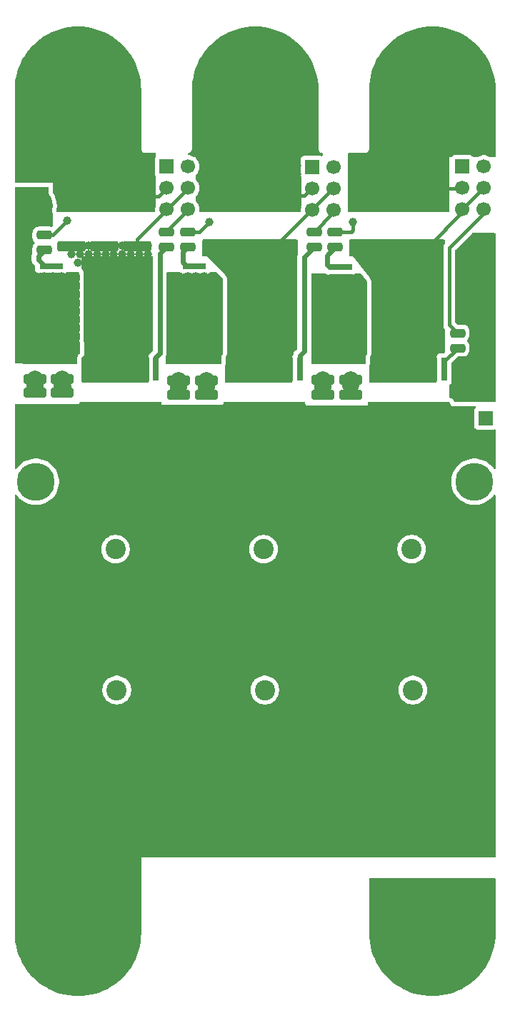
<source format=gbr>
%TF.GenerationSoftware,KiCad,Pcbnew,9.0.3*%
%TF.CreationDate,2025-08-23T20:27:24-03:00*%
%TF.ProjectId,Torq150A,546f7271-3135-4304-912e-6b696361645f,rev?*%
%TF.SameCoordinates,Original*%
%TF.FileFunction,Copper,L1,Top*%
%TF.FilePolarity,Positive*%
%FSLAX46Y46*%
G04 Gerber Fmt 4.6, Leading zero omitted, Abs format (unit mm)*
G04 Created by KiCad (PCBNEW 9.0.3) date 2025-08-23 20:27:24*
%MOMM*%
%LPD*%
G01*
G04 APERTURE LIST*
G04 Aperture macros list*
%AMRoundRect*
0 Rectangle with rounded corners*
0 $1 Rounding radius*
0 $2 $3 $4 $5 $6 $7 $8 $9 X,Y pos of 4 corners*
0 Add a 4 corners polygon primitive as box body*
4,1,4,$2,$3,$4,$5,$6,$7,$8,$9,$2,$3,0*
0 Add four circle primitives for the rounded corners*
1,1,$1+$1,$2,$3*
1,1,$1+$1,$4,$5*
1,1,$1+$1,$6,$7*
1,1,$1+$1,$8,$9*
0 Add four rect primitives between the rounded corners*
20,1,$1+$1,$2,$3,$4,$5,0*
20,1,$1+$1,$4,$5,$6,$7,0*
20,1,$1+$1,$6,$7,$8,$9,0*
20,1,$1+$1,$8,$9,$2,$3,0*%
%AMFreePoly0*
4,1,30,0.400000,-4.000000,-0.400000,-4.000000,-2.400000,-4.000000,-2.400000,-3.200000,-0.400000,-3.200000,-0.400000,-2.800000,-2.400000,-2.800000,-2.400000,-2.000000,-0.400000,-2.000000,-0.400000,-1.600000,-2.400000,-1.600000,-2.400000,-0.800000,-0.400000,-0.800000,-0.400000,-0.400000,-2.400000,-0.400000,-2.400000,0.400000,-0.400000,0.400000,-0.400000,0.800000,-2.400000,0.800000,-2.400000,1.600000,
-0.400000,1.600000,-0.400000,2.000000,-2.400000,2.000000,-2.400000,2.800000,-0.400000,2.800000,-0.400000,3.200000,-2.400000,3.200000,-2.400000,4.000000,0.400000,4.000000,0.400000,-4.000000,0.400000,-4.000000,$1*%
%AMFreePoly1*
4,1,13,2.850000,-5.050000,1.450000,-5.050000,1.450000,-4.350000,-1.450000,-4.350000,-1.450000,-4.850000,-5.150000,-4.850000,-5.150000,4.850000,-1.450000,4.850000,-1.450000,4.350000,1.450000,4.350000,1.450000,5.050000,2.850000,5.050000,2.850000,-5.050000,2.850000,-5.050000,$1*%
G04 Aperture macros list end*
%TA.AperFunction,SMDPad,CuDef*%
%ADD10RoundRect,0.250000X1.100000X-0.325000X1.100000X0.325000X-1.100000X0.325000X-1.100000X-0.325000X0*%
%TD*%
%TA.AperFunction,ComponentPad*%
%ADD11R,1.700000X1.700000*%
%TD*%
%TA.AperFunction,ComponentPad*%
%ADD12C,1.700000*%
%TD*%
%TA.AperFunction,SMDPad,CuDef*%
%ADD13RoundRect,0.250000X-0.640000X0.260000X-0.640000X-0.260000X0.640000X-0.260000X0.640000X0.260000X0*%
%TD*%
%TA.AperFunction,SMDPad,CuDef*%
%ADD14RoundRect,0.250000X0.640000X-0.260000X0.640000X0.260000X-0.640000X0.260000X-0.640000X-0.260000X0*%
%TD*%
%TA.AperFunction,SMDPad,CuDef*%
%ADD15RoundRect,0.250000X-1.425000X0.362500X-1.425000X-0.362500X1.425000X-0.362500X1.425000X0.362500X0*%
%TD*%
%TA.AperFunction,ComponentPad*%
%ADD16C,0.900000*%
%TD*%
%TA.AperFunction,ComponentPad*%
%ADD17C,12.800000*%
%TD*%
%TA.AperFunction,ComponentPad*%
%ADD18RoundRect,0.250001X0.949999X-0.949999X0.949999X0.949999X-0.949999X0.949999X-0.949999X-0.949999X0*%
%TD*%
%TA.AperFunction,ComponentPad*%
%ADD19C,2.400000*%
%TD*%
%TA.AperFunction,ComponentPad*%
%ADD20C,4.500000*%
%TD*%
%TA.AperFunction,SMDPad,CuDef*%
%ADD21R,2.800000X0.800000*%
%TD*%
%TA.AperFunction,SMDPad,CuDef*%
%ADD22FreePoly0,0.000000*%
%TD*%
%TA.AperFunction,SMDPad,CuDef*%
%ADD23FreePoly1,0.000000*%
%TD*%
%TA.AperFunction,SMDPad,CuDef*%
%ADD24R,0.800000X2.800000*%
%TD*%
%TA.AperFunction,SMDPad,CuDef*%
%ADD25FreePoly0,270.000000*%
%TD*%
%TA.AperFunction,SMDPad,CuDef*%
%ADD26FreePoly1,270.000000*%
%TD*%
%TA.AperFunction,ViaPad*%
%ADD27C,1.000000*%
%TD*%
%TA.AperFunction,Conductor*%
%ADD28C,2.000000*%
%TD*%
%TA.AperFunction,Conductor*%
%ADD29C,0.400000*%
%TD*%
%TA.AperFunction,Conductor*%
%ADD30C,2.400000*%
%TD*%
%TA.AperFunction,Conductor*%
%ADD31C,0.600000*%
%TD*%
G04 APERTURE END LIST*
D10*
%TO.P,C2,1*%
%TO.N,Net-(C13-Pad2)*%
X155150000Y-63550000D03*
%TO.P,C2,2*%
%TO.N,GND*%
X155150000Y-60600000D03*
%TD*%
%TO.P,C7,1*%
%TO.N,VBAT*%
X186050000Y-68375000D03*
%TO.P,C7,2*%
%TO.N,Net-(C6-Pad1)*%
X186050000Y-65425000D03*
%TD*%
D11*
%TO.P,J4,1,Pin_1*%
%TO.N,GND*%
X205300000Y-68210000D03*
D12*
%TO.P,J4,2,Pin_2*%
%TO.N,VBAT*%
X205300000Y-70750000D03*
%TD*%
D13*
%TO.P,FB4,1*%
%TO.N,PB_IN_H*%
X202000000Y-58110000D03*
%TO.P,FB4,2*%
%TO.N,Net-(Q3-G)*%
X202000000Y-59890000D03*
%TD*%
D14*
%TO.P,FB5,1*%
%TO.N,Net-(Q4-G)*%
X187500000Y-47890000D03*
%TO.P,FB5,2*%
%TO.N,PB_IN_L*%
X187500000Y-46110000D03*
%TD*%
D11*
%TO.P,J2,1,Pin_1*%
%TO.N,unconnected-(J2-Pin_1-Pad1)*%
X184725000Y-38410000D03*
D12*
%TO.P,J2,2,Pin_2*%
%TO.N,PC_IN_L*%
X187265000Y-38410000D03*
%TO.P,J2,3,Pin_3*%
%TO.N,OUT_C*%
X184725000Y-40950000D03*
%TO.P,J2,4,Pin_4*%
%TO.N,PC_CUR1*%
X187265000Y-40950000D03*
%TO.P,J2,5,Pin_5*%
X184725000Y-43490000D03*
%TO.P,J2,6,Pin_6*%
%TO.N,PC_IN_H*%
X187265000Y-43490000D03*
%TD*%
D15*
%TO.P,R23,1*%
%TO.N,OUT_B*%
X194700000Y-41875000D03*
%TO.P,R23,2*%
%TO.N,PB_CUR1*%
X194700000Y-47800000D03*
%TD*%
D10*
%TO.P,C5,1*%
%TO.N,VBAT*%
X172200000Y-68350000D03*
%TO.P,C5,2*%
%TO.N,Net-(C11-Pad1)*%
X172200000Y-65400000D03*
%TD*%
D16*
%TO.P,H7,1,1*%
%TO.N,OUT_A*%
X152200000Y-29250000D03*
X153605887Y-25855887D03*
X153605887Y-32644113D03*
X157000000Y-24450000D03*
D17*
X157000000Y-29250000D03*
D16*
X157000000Y-34050000D03*
X160394113Y-25855887D03*
X160394113Y-32644113D03*
X161800000Y-29250000D03*
%TD*%
D18*
%TO.P,C17,1*%
%TO.N,VBAT*%
X179150000Y-107950000D03*
D19*
%TO.P,C17,2*%
%TO.N,GND*%
X179150000Y-100450000D03*
%TD*%
D20*
%TO.P,H4,1,1*%
%TO.N,GND*%
X152000000Y-75750000D03*
%TD*%
D18*
%TO.P,C20,1*%
%TO.N,VBAT*%
X179000000Y-91250000D03*
D19*
%TO.P,C20,2*%
%TO.N,GND*%
X179000000Y-83750000D03*
%TD*%
D10*
%TO.P,C1,1*%
%TO.N,VBAT*%
X151900000Y-68150000D03*
%TO.P,C1,2*%
%TO.N,Net-(C1-Pad2)*%
X151900000Y-65200000D03*
%TD*%
D14*
%TO.P,FB3,1*%
%TO.N,Net-(Q2-G)*%
X153000000Y-48280000D03*
%TO.P,FB3,2*%
%TO.N,PA_IN_L*%
X153000000Y-46500000D03*
%TD*%
D18*
%TO.P,C18,1*%
%TO.N,VBAT*%
X196700000Y-107950000D03*
D19*
%TO.P,C18,2*%
%TO.N,GND*%
X196700000Y-100450000D03*
%TD*%
D21*
%TO.P,Q6,1,G*%
%TO.N,Net-(Q6-G)*%
X170820000Y-50200000D03*
D22*
%TO.P,Q6,2,S*%
%TO.N,GND*%
X171820000Y-55000000D03*
D23*
%TO.P,Q6,3,D*%
%TO.N,PC_CUR1*%
X179870000Y-54400000D03*
%TD*%
D15*
%TO.P,R27,1*%
%TO.N,OUT_A*%
X156250000Y-41900000D03*
%TO.P,R27,2*%
%TO.N,PA_CUR1*%
X156250000Y-47825000D03*
%TD*%
D13*
%TO.P,FB6,1*%
%TO.N,PC_IN_H*%
X185000000Y-46110000D03*
%TO.P,FB6,2*%
%TO.N,Net-(Q5-G)*%
X185000000Y-47890000D03*
%TD*%
D10*
%TO.P,C8,1*%
%TO.N,Net-(C1-Pad2)*%
X151900000Y-63550000D03*
%TO.P,C8,2*%
%TO.N,GND*%
X151900000Y-60600000D03*
%TD*%
D15*
%TO.P,R22,1*%
%TO.N,OUT_B*%
X198550000Y-41875000D03*
%TO.P,R22,2*%
%TO.N,PB_CUR1*%
X198550000Y-47800000D03*
%TD*%
D11*
%TO.P,J3,1,Pin_1*%
%TO.N,unconnected-(J3-Pin_1-Pad1)*%
X202560000Y-38370000D03*
D12*
%TO.P,J3,2,Pin_2*%
%TO.N,PB_IN_L*%
X205100000Y-38370000D03*
%TO.P,J3,3,Pin_3*%
%TO.N,OUT_B*%
X202560000Y-40910000D03*
%TO.P,J3,4,Pin_4*%
%TO.N,PB_CUR1*%
X205100000Y-40910000D03*
%TO.P,J3,5,Pin_5*%
X202560000Y-43450000D03*
%TO.P,J3,6,Pin_6*%
%TO.N,PB_IN_H*%
X205100000Y-43450000D03*
%TD*%
D15*
%TO.P,R21,1*%
%TO.N,OUT_C*%
X173450000Y-41837500D03*
%TO.P,R21,2*%
%TO.N,PC_CUR1*%
X173450000Y-47762500D03*
%TD*%
D24*
%TO.P,Q3,1,G*%
%TO.N,Net-(Q3-G)*%
X200400000Y-62400000D03*
D25*
%TO.P,Q3,2,S*%
%TO.N,PB_CUR1*%
X195600000Y-63400000D03*
D26*
%TO.P,Q3,3,D*%
%TO.N,VBAT*%
X196200000Y-71450000D03*
%TD*%
D15*
%TO.P,R26,1*%
%TO.N,OUT_A*%
X160150000Y-41900000D03*
%TO.P,R26,2*%
%TO.N,PA_CUR1*%
X160150000Y-47825000D03*
%TD*%
%TO.P,R25,1*%
%TO.N,OUT_A*%
X164050000Y-41900000D03*
%TO.P,R25,2*%
%TO.N,PA_CUR1*%
X164050000Y-47825000D03*
%TD*%
D24*
%TO.P,Q5,1,G*%
%TO.N,Net-(Q5-G)*%
X183300000Y-62400000D03*
D25*
%TO.P,Q5,2,S*%
%TO.N,PC_CUR1*%
X178500000Y-63400000D03*
D26*
%TO.P,Q5,3,D*%
%TO.N,VBAT*%
X179100000Y-71450000D03*
%TD*%
D18*
%TO.P,C21,1*%
%TO.N,VBAT*%
X196550000Y-91250000D03*
D19*
%TO.P,C21,2*%
%TO.N,GND*%
X196550000Y-83750000D03*
%TD*%
D15*
%TO.P,R20,1*%
%TO.N,OUT_C*%
X177310000Y-41837500D03*
%TO.P,R20,2*%
%TO.N,PC_CUR1*%
X177310000Y-47762500D03*
%TD*%
D20*
%TO.P,H1,1,1*%
%TO.N,GND*%
X204250000Y-49250000D03*
%TD*%
D10*
%TO.P,C4,1*%
%TO.N,Net-(C4-Pad1)*%
X189300000Y-63650000D03*
%TO.P,C4,2*%
%TO.N,GND*%
X189300000Y-60700000D03*
%TD*%
D16*
%TO.P,H5,1,1*%
%TO.N,OUT_C*%
X173200000Y-29250000D03*
X174605887Y-25855887D03*
X174605887Y-32644113D03*
X178000000Y-24450000D03*
D17*
X178000000Y-29250000D03*
D16*
X178000000Y-34050000D03*
X181394113Y-25855887D03*
X181394113Y-32644113D03*
X182800000Y-29250000D03*
%TD*%
D15*
%TO.P,R24,1*%
%TO.N,OUT_B*%
X190850000Y-41875000D03*
%TO.P,R24,2*%
%TO.N,PB_CUR1*%
X190850000Y-47800000D03*
%TD*%
D24*
%TO.P,Q1,1,G*%
%TO.N,Net-(Q1-G)*%
X166250000Y-62400000D03*
D25*
%TO.P,Q1,2,S*%
%TO.N,PA_CUR1*%
X161450000Y-63400000D03*
D26*
%TO.P,Q1,3,D*%
%TO.N,VBAT*%
X162050000Y-71450000D03*
%TD*%
D10*
%TO.P,C13,1*%
%TO.N,VBAT*%
X155150000Y-68150000D03*
%TO.P,C13,2*%
%TO.N,Net-(C13-Pad2)*%
X155150000Y-65200000D03*
%TD*%
D14*
%TO.P,FB1,1*%
%TO.N,Net-(Q6-G)*%
X170000000Y-47890000D03*
%TO.P,FB1,2*%
%TO.N,PC_IN_L*%
X170000000Y-46110000D03*
%TD*%
D18*
%TO.P,C19,1*%
%TO.N,VBAT*%
X161450000Y-91250000D03*
D19*
%TO.P,C19,2*%
%TO.N,GND*%
X161450000Y-83750000D03*
%TD*%
D18*
%TO.P,C16,1*%
%TO.N,VBAT*%
X161600000Y-107950000D03*
D19*
%TO.P,C16,2*%
%TO.N,GND*%
X161600000Y-100450000D03*
%TD*%
D10*
%TO.P,C6,1*%
%TO.N,Net-(C6-Pad1)*%
X186050000Y-63650000D03*
%TO.P,C6,2*%
%TO.N,GND*%
X186050000Y-60700000D03*
%TD*%
D16*
%TO.P,H8,1,1*%
%TO.N,VBAT*%
X152200000Y-129250000D03*
X153605887Y-125855887D03*
X153605887Y-132644113D03*
X157000000Y-124450000D03*
D17*
X157000000Y-129250000D03*
D16*
X157000000Y-134050000D03*
X160394113Y-125855887D03*
X160394113Y-132644113D03*
X161800000Y-129250000D03*
%TD*%
D10*
%TO.P,C3,1*%
%TO.N,VBAT*%
X168950000Y-68350000D03*
%TO.P,C3,2*%
%TO.N,Net-(C10-Pad1)*%
X168950000Y-65400000D03*
%TD*%
%TO.P,C10,1*%
%TO.N,Net-(C10-Pad1)*%
X168950000Y-63700000D03*
%TO.P,C10,2*%
%TO.N,GND*%
X168950000Y-60750000D03*
%TD*%
D20*
%TO.P,H3,1,1*%
%TO.N,GND*%
X204000000Y-75750000D03*
%TD*%
D10*
%TO.P,C9,1*%
%TO.N,VBAT*%
X189300000Y-68375000D03*
%TO.P,C9,2*%
%TO.N,Net-(C4-Pad1)*%
X189300000Y-65425000D03*
%TD*%
D21*
%TO.P,Q4,1,G*%
%TO.N,Net-(Q4-G)*%
X188120000Y-50300000D03*
D22*
%TO.P,Q4,2,S*%
%TO.N,GND*%
X189120000Y-55100000D03*
D23*
%TO.P,Q4,3,D*%
%TO.N,PB_CUR1*%
X197170000Y-54500000D03*
%TD*%
D21*
%TO.P,Q2,1,G*%
%TO.N,Net-(Q2-G)*%
X153820000Y-50170000D03*
D22*
%TO.P,Q2,2,S*%
%TO.N,GND*%
X154820000Y-54970000D03*
D23*
%TO.P,Q2,3,D*%
%TO.N,PA_CUR1*%
X162870000Y-54370000D03*
%TD*%
D10*
%TO.P,C11,1*%
%TO.N,Net-(C11-Pad1)*%
X172200000Y-63700000D03*
%TO.P,C11,2*%
%TO.N,GND*%
X172200000Y-60750000D03*
%TD*%
D16*
%TO.P,H6,1,1*%
%TO.N,OUT_B*%
X194200000Y-29250000D03*
X195605887Y-25855887D03*
X195605887Y-32644113D03*
X199000000Y-24450000D03*
D17*
X199000000Y-29250000D03*
D16*
X199000000Y-34050000D03*
X202394113Y-25855887D03*
X202394113Y-32644113D03*
X203800000Y-29250000D03*
%TD*%
D20*
%TO.P,H2,1,1*%
%TO.N,GND*%
X151750000Y-43000000D03*
%TD*%
D11*
%TO.P,J1,1,Pin_1*%
%TO.N,unconnected-(J1-Pin_1-Pad1)*%
X167500000Y-38370000D03*
D12*
%TO.P,J1,2,Pin_2*%
%TO.N,PA_IN_L*%
X170040000Y-38370000D03*
%TO.P,J1,3,Pin_3*%
%TO.N,OUT_A*%
X167500000Y-40910000D03*
%TO.P,J1,4,Pin_4*%
%TO.N,PA_CUR1*%
X170040000Y-40910000D03*
%TO.P,J1,5,Pin_5*%
X167500000Y-43450000D03*
%TO.P,J1,6,Pin_6*%
%TO.N,PA_IN_H*%
X170040000Y-43450000D03*
%TD*%
D16*
%TO.P,H9,1,1*%
%TO.N,GND*%
X194200000Y-129250000D03*
X195605887Y-125855887D03*
X195605887Y-132644113D03*
X199000000Y-124450000D03*
D17*
X199000000Y-129250000D03*
D16*
X199000000Y-134050000D03*
X202394113Y-125855887D03*
X202394113Y-132644113D03*
X203800000Y-129250000D03*
%TD*%
D13*
%TO.P,FB2,1*%
%TO.N,PA_IN_H*%
X167500000Y-46110000D03*
%TO.P,FB2,2*%
%TO.N,Net-(Q1-G)*%
X167500000Y-47890000D03*
%TD*%
D15*
%TO.P,R19,1*%
%TO.N,OUT_C*%
X181150000Y-41837500D03*
%TO.P,R19,2*%
%TO.N,PC_CUR1*%
X181150000Y-47762500D03*
%TD*%
D27*
%TO.N,VBAT*%
X166500000Y-67800000D03*
X177600000Y-68800000D03*
X161500000Y-73800000D03*
X179600000Y-71800000D03*
X200800000Y-69800000D03*
X182600000Y-68800000D03*
X181600000Y-70800000D03*
X198800000Y-69800000D03*
X197800000Y-71800000D03*
X162500000Y-71800000D03*
X161500000Y-68800000D03*
X177600000Y-71800000D03*
X162500000Y-70800000D03*
X160500000Y-67800000D03*
X197800000Y-72800000D03*
X193800000Y-72800000D03*
X174600000Y-67800000D03*
X166500000Y-73800000D03*
X174600000Y-68800000D03*
X164500000Y-70800000D03*
X166500000Y-69800000D03*
X192800000Y-66800000D03*
X174600000Y-69800000D03*
X182600000Y-70800000D03*
X158500000Y-73800000D03*
X160500000Y-66800000D03*
X191800000Y-67800000D03*
X200800000Y-66800000D03*
X198800000Y-72800000D03*
X163500000Y-73800000D03*
X175600000Y-66800000D03*
X158500000Y-71800000D03*
X192800000Y-73800000D03*
X200800000Y-73800000D03*
X199800000Y-67800000D03*
X160500000Y-70800000D03*
X180600000Y-67800000D03*
X199800000Y-66800000D03*
X157500000Y-73800000D03*
X182600000Y-67800000D03*
X163500000Y-68800000D03*
X195800000Y-72800000D03*
X159500000Y-68800000D03*
X161500000Y-71800000D03*
X165500000Y-73800000D03*
X193800000Y-71800000D03*
X178600000Y-73800000D03*
X160500000Y-72800000D03*
X183600000Y-69800000D03*
X158500000Y-68800000D03*
X179600000Y-72800000D03*
X165500000Y-68800000D03*
X157500000Y-69800000D03*
X165500000Y-67800000D03*
X163500000Y-67800000D03*
X177600000Y-66800000D03*
X174600000Y-66800000D03*
X200800000Y-72800000D03*
X179600000Y-70800000D03*
X194800000Y-71800000D03*
X196800000Y-70800000D03*
X157500000Y-68800000D03*
X194800000Y-68800000D03*
X181600000Y-69800000D03*
X176600000Y-66800000D03*
X161500000Y-72800000D03*
X192800000Y-72800000D03*
X176600000Y-68800000D03*
X157500000Y-67800000D03*
X182600000Y-69800000D03*
X161500000Y-67800000D03*
X183600000Y-72800000D03*
X183600000Y-68800000D03*
X160500000Y-73800000D03*
X199800000Y-70800000D03*
X193800000Y-68800000D03*
X197800000Y-66800000D03*
X180600000Y-73800000D03*
X181600000Y-71800000D03*
X195800000Y-66800000D03*
X157500000Y-70800000D03*
X164500000Y-71800000D03*
X174600000Y-70800000D03*
X193800000Y-73800000D03*
X165500000Y-70800000D03*
X161500000Y-66800000D03*
X160500000Y-71800000D03*
X196800000Y-67800000D03*
X166500000Y-72800000D03*
X180600000Y-70800000D03*
X195800000Y-73800000D03*
X159500000Y-71800000D03*
X191800000Y-70800000D03*
X182600000Y-71800000D03*
X199800000Y-68800000D03*
X174600000Y-73800000D03*
X196800000Y-71800000D03*
X161500000Y-70800000D03*
X159500000Y-66800000D03*
X175600000Y-67800000D03*
X197800000Y-68800000D03*
X177600000Y-69800000D03*
X158500000Y-69800000D03*
X191800000Y-69800000D03*
X196800000Y-72800000D03*
X192800000Y-69800000D03*
X183600000Y-66800000D03*
X175600000Y-73800000D03*
X158500000Y-66800000D03*
X176600000Y-71800000D03*
X157500000Y-66800000D03*
X175600000Y-72800000D03*
X194800000Y-66800000D03*
X159500000Y-69800000D03*
X163500000Y-69800000D03*
X193800000Y-67800000D03*
X196800000Y-66800000D03*
X179600000Y-67800000D03*
X179600000Y-69800000D03*
X162500000Y-72800000D03*
X174600000Y-72800000D03*
X182600000Y-66800000D03*
X195800000Y-67800000D03*
X164500000Y-68800000D03*
X198800000Y-73800000D03*
X178600000Y-67800000D03*
X177600000Y-70800000D03*
X193800000Y-69800000D03*
X194800000Y-73800000D03*
X159500000Y-73800000D03*
X179600000Y-68800000D03*
X178600000Y-68800000D03*
X183600000Y-71800000D03*
X159500000Y-72800000D03*
X163500000Y-72800000D03*
X198800000Y-70800000D03*
X178600000Y-72800000D03*
X180600000Y-68800000D03*
X175600000Y-69800000D03*
X197800000Y-73800000D03*
X194800000Y-69800000D03*
X179600000Y-66800000D03*
X181600000Y-67800000D03*
X164500000Y-67800000D03*
X180600000Y-69800000D03*
X164500000Y-72800000D03*
X176600000Y-67800000D03*
X197800000Y-69800000D03*
X200800000Y-68800000D03*
X175600000Y-68800000D03*
X194800000Y-72800000D03*
X177600000Y-72800000D03*
X200800000Y-67800000D03*
X197800000Y-67800000D03*
X198800000Y-68800000D03*
X199800000Y-71800000D03*
X160500000Y-69800000D03*
X178600000Y-66800000D03*
X178600000Y-69800000D03*
X183600000Y-70800000D03*
X174600000Y-71800000D03*
X162500000Y-68800000D03*
X166500000Y-70800000D03*
X163500000Y-70800000D03*
X191800000Y-73800000D03*
X182600000Y-73800000D03*
X177600000Y-73800000D03*
X198800000Y-71800000D03*
X175600000Y-71800000D03*
X196800000Y-69800000D03*
X181600000Y-68800000D03*
X191800000Y-68800000D03*
X193800000Y-66800000D03*
X198800000Y-66800000D03*
X183600000Y-73800000D03*
X195800000Y-69800000D03*
X195800000Y-68800000D03*
X162500000Y-67800000D03*
X166500000Y-71800000D03*
X163500000Y-71800000D03*
X192800000Y-67800000D03*
X182600000Y-72800000D03*
X195800000Y-70800000D03*
X178600000Y-70800000D03*
X162500000Y-66800000D03*
X158500000Y-67800000D03*
X164500000Y-69800000D03*
X192800000Y-68800000D03*
X157500000Y-71800000D03*
X176600000Y-70800000D03*
X191800000Y-72800000D03*
X175600000Y-70800000D03*
X199800000Y-72800000D03*
X199800000Y-69800000D03*
X196800000Y-73800000D03*
X160500000Y-68800000D03*
X180600000Y-72800000D03*
X198800000Y-67800000D03*
X162500000Y-69800000D03*
X161500000Y-69800000D03*
X159500000Y-70800000D03*
X192800000Y-71800000D03*
X165500000Y-72800000D03*
X179600000Y-73800000D03*
X200800000Y-71800000D03*
X199800000Y-73800000D03*
X183600000Y-67800000D03*
X180600000Y-71800000D03*
X165500000Y-66800000D03*
X178600000Y-71800000D03*
X162500000Y-73800000D03*
X192800000Y-70800000D03*
X164500000Y-73800000D03*
X157500000Y-72800000D03*
X176600000Y-72800000D03*
X195800000Y-71800000D03*
X197800000Y-70800000D03*
X163500000Y-66800000D03*
X158500000Y-72800000D03*
X165500000Y-69800000D03*
X165500000Y-71800000D03*
X176600000Y-73800000D03*
X166500000Y-68800000D03*
X166500000Y-66800000D03*
X191800000Y-66800000D03*
X177600000Y-67800000D03*
X191800000Y-71800000D03*
X193800000Y-70800000D03*
X194800000Y-70800000D03*
X181600000Y-72800000D03*
X181600000Y-73800000D03*
X164500000Y-66800000D03*
X181600000Y-66800000D03*
X194800000Y-67800000D03*
X196800000Y-68800000D03*
X158500000Y-70800000D03*
X176600000Y-69800000D03*
X180600000Y-66800000D03*
X200800000Y-70800000D03*
X159500000Y-67800000D03*
%TO.N,GND*%
X190200000Y-55600000D03*
X171000000Y-52400000D03*
X188200000Y-56600000D03*
X188200000Y-54600000D03*
X189200000Y-52600000D03*
X172000000Y-52400000D03*
X185200000Y-55600000D03*
X187200000Y-53600000D03*
X152000000Y-57400000D03*
X153000000Y-54400000D03*
X187200000Y-56600000D03*
X173000000Y-58400000D03*
X171000000Y-53400000D03*
X185200000Y-58600000D03*
X188200000Y-55600000D03*
X186200000Y-57600000D03*
X152000000Y-54400000D03*
X154000000Y-51400000D03*
X170000000Y-57400000D03*
X170000000Y-54400000D03*
X170000000Y-53400000D03*
X156000000Y-57400000D03*
X152000000Y-58400000D03*
X190200000Y-54600000D03*
X189200000Y-55600000D03*
X186200000Y-54600000D03*
X154000000Y-54400000D03*
X188200000Y-52600000D03*
X151000000Y-55400000D03*
X189200000Y-51600000D03*
X185200000Y-56600000D03*
X171000000Y-58400000D03*
X156000000Y-51400000D03*
X155000000Y-56400000D03*
X156000000Y-56400000D03*
X171000000Y-54400000D03*
X170000000Y-58400000D03*
X190200000Y-57600000D03*
X173000000Y-56400000D03*
X172000000Y-58400000D03*
X168000000Y-53400000D03*
X173000000Y-55400000D03*
X185200000Y-51600000D03*
X172000000Y-56400000D03*
X151000000Y-54400000D03*
X169000000Y-53400000D03*
X171000000Y-56400000D03*
X170000000Y-55400000D03*
X154000000Y-57400000D03*
X169000000Y-54400000D03*
X155000000Y-51400000D03*
X185200000Y-53600000D03*
X171000000Y-51400000D03*
X186200000Y-58600000D03*
X188200000Y-51600000D03*
X153000000Y-55400000D03*
X155000000Y-52400000D03*
X156000000Y-55400000D03*
X154000000Y-56400000D03*
X171000000Y-55400000D03*
X188200000Y-57600000D03*
X170000000Y-52400000D03*
X151000000Y-58400000D03*
X168000000Y-54400000D03*
X185200000Y-57600000D03*
X187200000Y-54600000D03*
X186200000Y-56600000D03*
X168000000Y-57400000D03*
X156000000Y-52400000D03*
X153000000Y-51400000D03*
X152000000Y-53400000D03*
X155000000Y-53400000D03*
X168000000Y-52400000D03*
X154000000Y-58400000D03*
X152000000Y-55400000D03*
X169000000Y-52400000D03*
X189200000Y-56600000D03*
X156000000Y-53400000D03*
X172000000Y-57400000D03*
X187200000Y-52600000D03*
X169000000Y-55400000D03*
X155000000Y-55400000D03*
X168000000Y-55400000D03*
X151000000Y-57400000D03*
X152000000Y-56400000D03*
X172000000Y-51400000D03*
X153000000Y-52400000D03*
X173000000Y-51400000D03*
X151000000Y-53400000D03*
X190200000Y-58600000D03*
X169000000Y-57400000D03*
X189200000Y-54600000D03*
X155000000Y-57400000D03*
X186200000Y-52600000D03*
X154000000Y-52400000D03*
X155000000Y-54400000D03*
X170000000Y-56400000D03*
X173000000Y-52400000D03*
X154000000Y-53400000D03*
X169000000Y-56400000D03*
X188200000Y-53600000D03*
X156000000Y-54400000D03*
X172000000Y-55400000D03*
X172000000Y-54400000D03*
X173000000Y-53400000D03*
X190200000Y-51600000D03*
X156000000Y-58400000D03*
X152000000Y-51400000D03*
X173000000Y-57400000D03*
X169000000Y-58400000D03*
X168000000Y-51400000D03*
X189200000Y-53600000D03*
X169000000Y-51400000D03*
X153000000Y-58400000D03*
X173000000Y-54400000D03*
X186200000Y-51600000D03*
X187200000Y-55600000D03*
X168000000Y-58400000D03*
X168000000Y-56400000D03*
X186200000Y-55600000D03*
X185200000Y-54600000D03*
X153000000Y-57400000D03*
X185200000Y-52600000D03*
X152000000Y-52400000D03*
X172000000Y-53400000D03*
X186200000Y-53600000D03*
X154000000Y-55400000D03*
X190200000Y-56600000D03*
X189200000Y-58600000D03*
X170000000Y-51400000D03*
X188200000Y-58600000D03*
X151000000Y-56400000D03*
X155000000Y-58400000D03*
X151000000Y-52400000D03*
X187200000Y-57600000D03*
X153000000Y-56400000D03*
X153000000Y-53400000D03*
X190200000Y-52600000D03*
X151000000Y-51400000D03*
X189200000Y-57600000D03*
X190200000Y-53600000D03*
X187200000Y-51600000D03*
X187200000Y-58600000D03*
X171000000Y-57400000D03*
%TO.N,PB_CUR1*%
X193500000Y-59000000D03*
X197500000Y-48750000D03*
X193500000Y-58000000D03*
X196500000Y-58000000D03*
X193500000Y-56000000D03*
X192500000Y-57000000D03*
X191500000Y-48750000D03*
X194500000Y-55000000D03*
X191500000Y-49750000D03*
X197500000Y-51000000D03*
X197500000Y-50000000D03*
X199500000Y-52000000D03*
X199500000Y-57000000D03*
X195500000Y-53000000D03*
X198500000Y-52000000D03*
X195500000Y-56000000D03*
X195500000Y-52000000D03*
X196500000Y-56000000D03*
X195500000Y-55000000D03*
X193500000Y-47750000D03*
X195500000Y-59000000D03*
X196500000Y-55000000D03*
X193500000Y-48750000D03*
X192500000Y-51000000D03*
X194500000Y-58000000D03*
X198500000Y-51000000D03*
X199500000Y-55000000D03*
X197500000Y-57000000D03*
X198500000Y-58000000D03*
X193500000Y-51000000D03*
X199500000Y-48750000D03*
X192500000Y-48750000D03*
X195500000Y-47750000D03*
X192500000Y-47750000D03*
X198500000Y-47750000D03*
X190500000Y-48750000D03*
X194500000Y-56000000D03*
X193500000Y-52000000D03*
X192500000Y-59000000D03*
X194500000Y-47750000D03*
X198500000Y-59000000D03*
X195500000Y-58000000D03*
X199500000Y-56000000D03*
X193500000Y-54000000D03*
X197500000Y-53000000D03*
X195500000Y-50000000D03*
X196500000Y-59000000D03*
X198500000Y-54000000D03*
X198500000Y-48750000D03*
X193500000Y-55000000D03*
X196500000Y-50000000D03*
X194500000Y-50000000D03*
X197500000Y-47750000D03*
X192500000Y-56000000D03*
X195500000Y-54000000D03*
X198500000Y-56000000D03*
X192500000Y-53000000D03*
X194500000Y-51000000D03*
X196500000Y-53000000D03*
X199500000Y-54000000D03*
X199500000Y-58000000D03*
X197500000Y-54000000D03*
X193500000Y-50000000D03*
X196500000Y-54000000D03*
X199500000Y-47750000D03*
X194500000Y-48750000D03*
X194500000Y-59000000D03*
X190500000Y-47750000D03*
X198500000Y-53000000D03*
X198500000Y-57000000D03*
X194500000Y-52000000D03*
X197500000Y-52000000D03*
X192500000Y-52000000D03*
X197500000Y-56000000D03*
X196500000Y-48750000D03*
X195500000Y-57000000D03*
X199500000Y-50000000D03*
X197500000Y-59000000D03*
X193500000Y-53000000D03*
X199500000Y-51000000D03*
X199500000Y-59000000D03*
X193500000Y-57000000D03*
X192500000Y-50000000D03*
X194500000Y-53000000D03*
X196500000Y-57000000D03*
X196500000Y-52000000D03*
X196500000Y-51000000D03*
X191500000Y-47750000D03*
X192500000Y-54000000D03*
X197500000Y-55000000D03*
X199500000Y-53000000D03*
X195500000Y-51000000D03*
X194500000Y-54000000D03*
X192500000Y-58000000D03*
X197500000Y-58000000D03*
X192500000Y-55000000D03*
X195500000Y-48750000D03*
X198500000Y-55000000D03*
X198500000Y-50000000D03*
X196500000Y-47750000D03*
X194500000Y-57000000D03*
%TO.N,OUT_B*%
X193500000Y-42250000D03*
X192500000Y-38250000D03*
X191500000Y-43250000D03*
X191500000Y-41250000D03*
X191500000Y-42250000D03*
X193500000Y-43250000D03*
X196500000Y-43250000D03*
X198500000Y-40250000D03*
X196500000Y-42250000D03*
X195500000Y-40250000D03*
X197500000Y-40250000D03*
X191500000Y-38250000D03*
X196500000Y-38250000D03*
X195500000Y-42250000D03*
X189500000Y-40250000D03*
X200500000Y-41750000D03*
X199500000Y-37750000D03*
X193500000Y-40250000D03*
X192500000Y-42250000D03*
X200500000Y-36750000D03*
X200500000Y-37750000D03*
X199500000Y-39750000D03*
X194500000Y-43250000D03*
X193500000Y-37250000D03*
X191500000Y-40250000D03*
X195500000Y-41250000D03*
X197500000Y-38250000D03*
X200500000Y-38750000D03*
X194500000Y-41250000D03*
X197500000Y-41250000D03*
X195500000Y-37250000D03*
X196500000Y-39250000D03*
X195500000Y-38250000D03*
X192500000Y-40250000D03*
X191500000Y-37250000D03*
X195500000Y-43250000D03*
X189500000Y-41250000D03*
X200500000Y-40750000D03*
X197500000Y-37250000D03*
X190500000Y-43250000D03*
X189500000Y-38250000D03*
X190500000Y-41250000D03*
X189500000Y-39250000D03*
X192500000Y-41250000D03*
X198500000Y-43250000D03*
X194500000Y-39250000D03*
X193500000Y-41250000D03*
X189500000Y-37250000D03*
X198500000Y-39250000D03*
X196500000Y-37250000D03*
X194500000Y-37250000D03*
X193500000Y-38250000D03*
X194500000Y-38250000D03*
X190500000Y-38250000D03*
X198500000Y-38250000D03*
X192500000Y-37250000D03*
X199500000Y-40750000D03*
X197500000Y-39250000D03*
X199500000Y-42750000D03*
X193500000Y-39250000D03*
X190500000Y-39250000D03*
X198500000Y-37250000D03*
X198500000Y-42250000D03*
X190500000Y-37250000D03*
X200500000Y-39750000D03*
X190500000Y-42250000D03*
X194500000Y-42250000D03*
X196500000Y-41250000D03*
X199500000Y-38750000D03*
X197500000Y-42250000D03*
X196500000Y-40250000D03*
X189500000Y-42250000D03*
X189500000Y-43250000D03*
X191500000Y-39250000D03*
X199500000Y-36750000D03*
X190500000Y-40250000D03*
X194500000Y-40250000D03*
X192500000Y-39250000D03*
X199500000Y-41750000D03*
X192500000Y-43250000D03*
X198500000Y-41250000D03*
X197500000Y-43250000D03*
X195500000Y-39250000D03*
%TO.N,PB_IN_L*%
X189600000Y-44950000D03*
%TO.N,OUT_C*%
X183000000Y-38250000D03*
X183000000Y-41250000D03*
X173000000Y-38250000D03*
X177000000Y-42250000D03*
X183000000Y-40250000D03*
X175000000Y-41250000D03*
X173000000Y-37250000D03*
X173000000Y-43250000D03*
X172000000Y-39250000D03*
X178000000Y-38250000D03*
X174000000Y-39250000D03*
X179000000Y-40250000D03*
X182000000Y-39250000D03*
X180000000Y-38250000D03*
X172000000Y-41250000D03*
X172000000Y-42250000D03*
X175000000Y-38250000D03*
X173000000Y-40250000D03*
X181000000Y-37250000D03*
X180000000Y-43250000D03*
X180000000Y-37250000D03*
X177000000Y-40250000D03*
X177000000Y-38250000D03*
X183000000Y-42250000D03*
X182000000Y-41250000D03*
X176000000Y-38250000D03*
X172000000Y-37250000D03*
X179000000Y-37250000D03*
X177000000Y-39250000D03*
X181000000Y-43250000D03*
X176000000Y-39250000D03*
X176000000Y-40250000D03*
X175000000Y-40250000D03*
X180000000Y-40250000D03*
X174000000Y-43250000D03*
X182000000Y-43250000D03*
X180000000Y-42250000D03*
X179000000Y-42250000D03*
X183000000Y-37250000D03*
X176000000Y-37250000D03*
X175000000Y-39250000D03*
X178000000Y-37250000D03*
X177000000Y-41250000D03*
X175000000Y-42250000D03*
X173000000Y-42250000D03*
X182000000Y-40250000D03*
X181000000Y-39250000D03*
X181000000Y-41250000D03*
X182000000Y-37250000D03*
X175000000Y-43250000D03*
X174000000Y-37250000D03*
X177000000Y-43250000D03*
X173000000Y-41250000D03*
X172000000Y-40250000D03*
X176000000Y-43250000D03*
X178000000Y-42250000D03*
X179000000Y-38250000D03*
X175000000Y-37250000D03*
X183000000Y-39250000D03*
X172000000Y-38250000D03*
X174000000Y-38250000D03*
X174000000Y-40250000D03*
X181000000Y-42250000D03*
X180000000Y-41250000D03*
X178000000Y-39250000D03*
X172000000Y-43250000D03*
X176000000Y-42250000D03*
X183000000Y-43250000D03*
X176000000Y-41250000D03*
X182000000Y-42250000D03*
X178000000Y-41250000D03*
X182000000Y-38250000D03*
X174000000Y-41250000D03*
X180000000Y-39250000D03*
X181000000Y-38250000D03*
X177000000Y-37250000D03*
X178000000Y-43250000D03*
X179000000Y-41250000D03*
X173000000Y-39250000D03*
X174000000Y-42250000D03*
X181000000Y-40250000D03*
X179000000Y-39250000D03*
X178000000Y-40250000D03*
X179000000Y-43250000D03*
%TO.N,PC_CUR1*%
X180250000Y-47750000D03*
X182200000Y-50900000D03*
X180200000Y-57900000D03*
X177200000Y-52900000D03*
X178200000Y-51900000D03*
X177200000Y-58900000D03*
X178200000Y-50900000D03*
X177200000Y-56900000D03*
X178250000Y-48750000D03*
X180200000Y-58900000D03*
X180200000Y-50900000D03*
X182200000Y-54900000D03*
X178200000Y-55900000D03*
X174000000Y-49750000D03*
X180200000Y-52900000D03*
X177200000Y-50900000D03*
X176200000Y-53900000D03*
X175200000Y-56900000D03*
X176200000Y-57900000D03*
X178250000Y-47750000D03*
X182200000Y-52900000D03*
X172250000Y-47750000D03*
X178200000Y-54900000D03*
X174250000Y-47750000D03*
X182200000Y-57900000D03*
X180200000Y-54900000D03*
X181200000Y-57900000D03*
X181200000Y-55900000D03*
X176200000Y-51900000D03*
X179200000Y-49900000D03*
X177250000Y-48750000D03*
X182200000Y-56900000D03*
X180200000Y-51900000D03*
X180200000Y-55900000D03*
X175200000Y-53900000D03*
X175250000Y-48750000D03*
X181250000Y-47750000D03*
X176200000Y-49900000D03*
X178200000Y-58900000D03*
X178200000Y-53900000D03*
X175200000Y-49900000D03*
X175200000Y-51900000D03*
X181200000Y-54900000D03*
X173250000Y-48750000D03*
X176200000Y-58900000D03*
X179250000Y-47750000D03*
X175200000Y-50900000D03*
X179200000Y-52900000D03*
X178200000Y-57900000D03*
X178200000Y-49900000D03*
X182200000Y-58900000D03*
X176200000Y-56900000D03*
X176200000Y-52900000D03*
X180250000Y-48750000D03*
X175200000Y-54900000D03*
X177200000Y-49900000D03*
X179200000Y-53900000D03*
X176200000Y-54900000D03*
X182200000Y-55900000D03*
X179200000Y-56900000D03*
X177200000Y-51900000D03*
X175200000Y-55900000D03*
X181200000Y-51900000D03*
X179200000Y-54900000D03*
X176200000Y-55900000D03*
X174250000Y-48750000D03*
X175200000Y-57900000D03*
X180200000Y-56900000D03*
X181200000Y-58900000D03*
X177200000Y-55900000D03*
X180200000Y-49900000D03*
X182250000Y-47750000D03*
X182250000Y-48750000D03*
X180200000Y-53900000D03*
X178200000Y-56900000D03*
X177200000Y-54900000D03*
X182200000Y-53900000D03*
X181250000Y-48750000D03*
X175250000Y-47750000D03*
X181200000Y-50900000D03*
X181200000Y-49900000D03*
X173250000Y-47750000D03*
X177200000Y-53900000D03*
X179200000Y-50900000D03*
X179200000Y-58900000D03*
X182200000Y-51900000D03*
X181200000Y-52900000D03*
X177200000Y-57900000D03*
X181200000Y-53900000D03*
X176200000Y-50900000D03*
X182200000Y-49900000D03*
X177250000Y-47750000D03*
X179250000Y-48750000D03*
X175200000Y-52900000D03*
X181200000Y-56900000D03*
X178200000Y-52900000D03*
X176250000Y-47750000D03*
X179200000Y-55900000D03*
X179200000Y-51900000D03*
X175200000Y-58900000D03*
X179200000Y-57900000D03*
X176250000Y-48750000D03*
%TO.N,PC_IN_L*%
X172550000Y-44950000D03*
%TO.N,OUT_A*%
X164500000Y-40250000D03*
X158500000Y-38250000D03*
X165500000Y-40250000D03*
X154500000Y-40250000D03*
X160500000Y-41250000D03*
X157500000Y-43250000D03*
X163500000Y-37250000D03*
X155500000Y-41250000D03*
X163500000Y-38250000D03*
X162500000Y-42250000D03*
X163500000Y-40250000D03*
X156500000Y-37250000D03*
X165500000Y-39250000D03*
X164500000Y-37250000D03*
X154500000Y-41250000D03*
X155500000Y-43250000D03*
X158500000Y-39250000D03*
X164500000Y-43250000D03*
X158500000Y-40250000D03*
X156500000Y-43250000D03*
X159500000Y-43250000D03*
X155500000Y-39250000D03*
X163500000Y-43250000D03*
X159500000Y-40250000D03*
X165500000Y-38250000D03*
X162500000Y-41250000D03*
X165500000Y-43250000D03*
X155500000Y-38250000D03*
X160500000Y-39250000D03*
X161500000Y-43250000D03*
X159500000Y-42250000D03*
X164500000Y-38250000D03*
X155500000Y-40250000D03*
X159500000Y-38250000D03*
X156500000Y-38250000D03*
X162500000Y-43250000D03*
X163500000Y-42250000D03*
X161500000Y-38250000D03*
X158500000Y-42250000D03*
X156500000Y-41250000D03*
X156500000Y-42250000D03*
X157500000Y-39250000D03*
X165500000Y-41250000D03*
X163500000Y-39250000D03*
X158500000Y-41250000D03*
X160500000Y-40250000D03*
X157500000Y-40250000D03*
X158500000Y-37250000D03*
X162500000Y-38250000D03*
X164500000Y-42250000D03*
X165500000Y-37250000D03*
X160500000Y-37250000D03*
X157500000Y-38250000D03*
X159500000Y-41250000D03*
X163500000Y-41250000D03*
X160500000Y-43250000D03*
X162500000Y-37250000D03*
X162500000Y-40250000D03*
X157500000Y-37250000D03*
X161500000Y-37250000D03*
X157500000Y-42250000D03*
X154500000Y-39250000D03*
X162500000Y-39250000D03*
X156500000Y-39250000D03*
X157500000Y-41250000D03*
X164500000Y-41250000D03*
X160500000Y-42250000D03*
X161500000Y-42250000D03*
X160500000Y-38250000D03*
X154500000Y-37250000D03*
X165500000Y-42250000D03*
X164500000Y-39250000D03*
X159500000Y-39250000D03*
X154500000Y-38250000D03*
X156500000Y-40250000D03*
X161500000Y-40250000D03*
X155500000Y-42250000D03*
X161500000Y-41250000D03*
X159500000Y-37250000D03*
X161500000Y-39250000D03*
X158500000Y-43250000D03*
X155500000Y-37250000D03*
%TO.N,PA_CUR1*%
X156250000Y-47750000D03*
X162200000Y-55000000D03*
X164200000Y-57000000D03*
X160200000Y-55000000D03*
X158200000Y-52000000D03*
X164200000Y-53000000D03*
X160200000Y-50000000D03*
X159250000Y-47750000D03*
X158200000Y-54000000D03*
X157000000Y-49750000D03*
X164200000Y-51000000D03*
X157250000Y-48750000D03*
X159200000Y-51000000D03*
X165200000Y-53000000D03*
X163200000Y-50000000D03*
X164200000Y-54000000D03*
X160200000Y-52000000D03*
X161200000Y-58000000D03*
X161250000Y-48750000D03*
X162200000Y-52000000D03*
X160200000Y-59000000D03*
X165250000Y-47750000D03*
X163200000Y-56000000D03*
X165200000Y-55000000D03*
X162250000Y-47750000D03*
X163200000Y-59000000D03*
X164200000Y-59000000D03*
X161200000Y-50000000D03*
X164200000Y-58000000D03*
X162200000Y-50000000D03*
X160200000Y-56000000D03*
X159250000Y-48750000D03*
X159200000Y-59000000D03*
X159200000Y-54000000D03*
X159200000Y-50000000D03*
X162200000Y-53000000D03*
X160250000Y-48750000D03*
X163200000Y-58000000D03*
X161200000Y-52000000D03*
X163200000Y-57000000D03*
X164200000Y-52000000D03*
X162200000Y-56000000D03*
X165200000Y-52000000D03*
X158200000Y-57000000D03*
X165200000Y-54000000D03*
X163200000Y-53000000D03*
X163250000Y-47750000D03*
X159200000Y-55000000D03*
X155250000Y-47750000D03*
X164250000Y-47750000D03*
X161200000Y-56000000D03*
X164250000Y-48750000D03*
X164200000Y-56000000D03*
X165250000Y-48750000D03*
X162200000Y-57000000D03*
X161200000Y-51000000D03*
X160200000Y-57000000D03*
X160250000Y-47750000D03*
X158250000Y-48750000D03*
X165200000Y-58000000D03*
X164200000Y-55000000D03*
X159200000Y-53000000D03*
X159200000Y-52000000D03*
X161200000Y-55000000D03*
X161200000Y-54000000D03*
X164200000Y-50000000D03*
X165200000Y-59000000D03*
X159200000Y-58000000D03*
X161250000Y-47750000D03*
X156250000Y-48750000D03*
X162200000Y-58000000D03*
X163200000Y-51000000D03*
X158200000Y-55000000D03*
X159200000Y-56000000D03*
X163200000Y-52000000D03*
X160200000Y-54000000D03*
X162200000Y-51000000D03*
X160200000Y-58000000D03*
X165200000Y-50000000D03*
X158200000Y-58000000D03*
X158200000Y-59000000D03*
X157250000Y-47750000D03*
X160200000Y-53000000D03*
X163250000Y-48750000D03*
X163200000Y-54000000D03*
X162200000Y-54000000D03*
X159200000Y-57000000D03*
X162200000Y-59000000D03*
X165200000Y-56000000D03*
X158200000Y-53000000D03*
X158200000Y-56000000D03*
X163200000Y-55000000D03*
X161200000Y-57000000D03*
X158200000Y-50000000D03*
X160200000Y-51000000D03*
X161200000Y-53000000D03*
X161200000Y-59000000D03*
X162250000Y-48750000D03*
X165200000Y-57000000D03*
X158200000Y-51000000D03*
X158250000Y-47750000D03*
%TO.N,PA_IN_L*%
X155750000Y-44750000D03*
%TD*%
D28*
%TO.N,Net-(C1-Pad2)*%
X151900000Y-63550000D02*
X151900000Y-64600000D01*
%TO.N,GND*%
X151900000Y-60600000D02*
X155150000Y-60600000D01*
X168950000Y-60750000D02*
X172200000Y-60750000D01*
X186050000Y-60700000D02*
X189300000Y-60700000D01*
%TO.N,Net-(C13-Pad2)*%
X155150000Y-64350000D02*
X155200000Y-64400000D01*
X155150000Y-63550000D02*
X155150000Y-64350000D01*
%TO.N,Net-(C10-Pad1)*%
X168950000Y-63700000D02*
X168950000Y-64600000D01*
%TO.N,Net-(C4-Pad1)*%
X189300000Y-63650000D02*
X189300000Y-64300000D01*
%TO.N,Net-(C11-Pad1)*%
X172200000Y-63700000D02*
X172200000Y-64600000D01*
D29*
%TO.N,PB_IN_H*%
X205100000Y-43900000D02*
X205100000Y-43450000D01*
X201000000Y-48000000D02*
X205100000Y-43900000D01*
X202000000Y-58110000D02*
X201000000Y-57110000D01*
X201000000Y-57110000D02*
X201000000Y-48000000D01*
%TO.N,PB_CUR1*%
X198550000Y-47800000D02*
X202560000Y-43790000D01*
X202460000Y-43480000D02*
X205000000Y-40940000D01*
X202560000Y-43790000D02*
X202560000Y-43450000D01*
D30*
%TO.N,OUT_B*%
X190850000Y-41875000D02*
X198550000Y-41875000D01*
D29*
X202160000Y-40940000D02*
X199485000Y-40940000D01*
X199485000Y-40940000D02*
X198550000Y-41875000D01*
%TO.N,PB_IN_L*%
X189390000Y-46110000D02*
X187500000Y-46110000D01*
X189600000Y-45900000D02*
X189390000Y-46110000D01*
X189600000Y-44950000D02*
X189600000Y-45900000D01*
%TO.N,PC_IN_H*%
X187250000Y-43860000D02*
X185000000Y-46110000D01*
X187250000Y-43500000D02*
X187250000Y-43860000D01*
%TO.N,OUT_C*%
X183832500Y-41837500D02*
X184710000Y-40960000D01*
X181150000Y-41837500D02*
X183832500Y-41837500D01*
%TO.N,PC_CUR1*%
X181150000Y-47762500D02*
X181150000Y-47060000D01*
X181150000Y-47060000D02*
X184710000Y-43500000D01*
X184710000Y-43500000D02*
X187250000Y-40960000D01*
%TO.N,PC_IN_L*%
X171390000Y-46110000D02*
X170000000Y-46110000D01*
X172550000Y-44950000D02*
X171390000Y-46110000D01*
%TO.N,PA_IN_H*%
X167500000Y-46065000D02*
X170025000Y-43540000D01*
X167500000Y-46110000D02*
X167500000Y-46065000D01*
%TO.N,OUT_A*%
X164450000Y-41500000D02*
X164050000Y-41900000D01*
X164050000Y-41900000D02*
X166585000Y-41900000D01*
X166585000Y-41900000D02*
X167485000Y-41000000D01*
%TO.N,PA_CUR1*%
X167485000Y-43540000D02*
X170025000Y-41000000D01*
X164050000Y-46975000D02*
X167485000Y-43540000D01*
X164050000Y-47825000D02*
X164050000Y-46975000D01*
%TO.N,PA_IN_L*%
X154000000Y-46500000D02*
X153000000Y-46500000D01*
X155750000Y-44750000D02*
X154000000Y-46500000D01*
D31*
%TO.N,Net-(Q1-G)*%
X166250000Y-60950000D02*
X166250000Y-62400000D01*
X166700000Y-60500000D02*
X166250000Y-60950000D01*
X166700000Y-48690000D02*
X166700000Y-60500000D01*
X167500000Y-47890000D02*
X166700000Y-48690000D01*
%TO.N,Net-(Q2-G)*%
X153800000Y-50170000D02*
X153070000Y-50170000D01*
X152300000Y-48980000D02*
X152300000Y-49400000D01*
X153070000Y-50170000D02*
X152300000Y-49400000D01*
X153000000Y-48280000D02*
X152300000Y-48980000D01*
D28*
%TO.N,Net-(C6-Pad1)*%
X186050000Y-63650000D02*
X186050000Y-64600000D01*
D29*
%TO.N,Net-(Q3-G)*%
X200400000Y-62400000D02*
X200400000Y-61490000D01*
X200400000Y-61490000D02*
X202000000Y-59890000D01*
D31*
%TO.N,Net-(Q4-G)*%
X186500000Y-48890000D02*
X187500000Y-47890000D01*
X186500000Y-50000000D02*
X186500000Y-48890000D01*
X188120000Y-50300000D02*
X186800000Y-50300000D01*
X186800000Y-50300000D02*
X186500000Y-50000000D01*
%TO.N,Net-(Q5-G)*%
X183800000Y-60300000D02*
X183300000Y-60800000D01*
X183300000Y-60800000D02*
X183300000Y-62400000D01*
X183800000Y-49090000D02*
X183800000Y-60300000D01*
X185000000Y-47890000D02*
X183800000Y-49090000D01*
%TO.N,Net-(Q6-G)*%
X169900000Y-50200000D02*
X169400000Y-49700000D01*
X170820000Y-50200000D02*
X169900000Y-50200000D01*
X169400000Y-48490000D02*
X170000000Y-47890000D01*
X169400000Y-49700000D02*
X169400000Y-48490000D01*
%TD*%
%TA.AperFunction,Conductor*%
%TO.N,VBAT*%
G36*
X201588903Y-77082562D02*
G01*
X201588905Y-77082565D01*
X201753265Y-77344143D01*
X201945880Y-77585674D01*
X202164326Y-77804120D01*
X202405857Y-77996735D01*
X202667435Y-78161095D01*
X202945771Y-78295135D01*
X202945777Y-78295137D01*
X203237352Y-78397164D01*
X203237364Y-78397168D01*
X203538548Y-78465911D01*
X203538554Y-78465911D01*
X203538562Y-78465913D01*
X203743206Y-78488970D01*
X203845529Y-78500499D01*
X203845532Y-78500500D01*
X203845535Y-78500500D01*
X204154468Y-78500500D01*
X204154469Y-78500499D01*
X204311356Y-78482822D01*
X204461437Y-78465913D01*
X204461442Y-78465912D01*
X204461452Y-78465911D01*
X204762636Y-78397168D01*
X205054229Y-78295135D01*
X205332565Y-78161095D01*
X205594143Y-77996735D01*
X205835674Y-77804120D01*
X206054120Y-77585674D01*
X206246735Y-77344143D01*
X206270506Y-77306312D01*
X206322840Y-77260020D01*
X206391893Y-77249371D01*
X206455742Y-77277746D01*
X206494114Y-77336135D01*
X206499500Y-77372283D01*
X206499500Y-120175461D01*
X206479815Y-120242500D01*
X206427011Y-120288255D01*
X206375393Y-120299461D01*
X164500000Y-120263362D01*
X164500000Y-119750000D01*
X149500500Y-119750000D01*
X149500500Y-100338549D01*
X159899500Y-100338549D01*
X159899500Y-100561450D01*
X159899501Y-100561466D01*
X159928594Y-100782452D01*
X159928595Y-100782457D01*
X159928596Y-100782463D01*
X159928597Y-100782465D01*
X159986290Y-100997780D01*
X159986293Y-100997790D01*
X160071593Y-101203722D01*
X160071595Y-101203726D01*
X160183052Y-101396774D01*
X160183057Y-101396780D01*
X160183058Y-101396782D01*
X160318751Y-101573622D01*
X160318757Y-101573629D01*
X160476370Y-101731242D01*
X160476376Y-101731247D01*
X160653226Y-101866948D01*
X160846274Y-101978405D01*
X161052219Y-102063710D01*
X161267537Y-102121404D01*
X161488543Y-102150500D01*
X161488550Y-102150500D01*
X161711450Y-102150500D01*
X161711457Y-102150500D01*
X161932463Y-102121404D01*
X162147781Y-102063710D01*
X162353726Y-101978405D01*
X162546774Y-101866948D01*
X162723624Y-101731247D01*
X162881247Y-101573624D01*
X163016948Y-101396774D01*
X163128405Y-101203726D01*
X163213710Y-100997781D01*
X163271404Y-100782463D01*
X163300500Y-100561457D01*
X163300500Y-100338549D01*
X177449500Y-100338549D01*
X177449500Y-100561450D01*
X177449501Y-100561466D01*
X177478594Y-100782452D01*
X177478595Y-100782457D01*
X177478596Y-100782463D01*
X177478597Y-100782465D01*
X177536290Y-100997780D01*
X177536293Y-100997790D01*
X177621593Y-101203722D01*
X177621595Y-101203726D01*
X177733052Y-101396774D01*
X177733057Y-101396780D01*
X177733058Y-101396782D01*
X177868751Y-101573622D01*
X177868757Y-101573629D01*
X178026370Y-101731242D01*
X178026376Y-101731247D01*
X178203226Y-101866948D01*
X178396274Y-101978405D01*
X178602219Y-102063710D01*
X178817537Y-102121404D01*
X179038543Y-102150500D01*
X179038550Y-102150500D01*
X179261450Y-102150500D01*
X179261457Y-102150500D01*
X179482463Y-102121404D01*
X179697781Y-102063710D01*
X179903726Y-101978405D01*
X180096774Y-101866948D01*
X180273624Y-101731247D01*
X180431247Y-101573624D01*
X180566948Y-101396774D01*
X180678405Y-101203726D01*
X180763710Y-100997781D01*
X180821404Y-100782463D01*
X180850500Y-100561457D01*
X180850500Y-100338549D01*
X194999500Y-100338549D01*
X194999500Y-100561450D01*
X194999501Y-100561466D01*
X195028594Y-100782452D01*
X195028595Y-100782457D01*
X195028596Y-100782463D01*
X195028597Y-100782465D01*
X195086290Y-100997780D01*
X195086293Y-100997790D01*
X195171593Y-101203722D01*
X195171595Y-101203726D01*
X195283052Y-101396774D01*
X195283057Y-101396780D01*
X195283058Y-101396782D01*
X195418751Y-101573622D01*
X195418757Y-101573629D01*
X195576370Y-101731242D01*
X195576376Y-101731247D01*
X195753226Y-101866948D01*
X195946274Y-101978405D01*
X196152219Y-102063710D01*
X196367537Y-102121404D01*
X196588543Y-102150500D01*
X196588550Y-102150500D01*
X196811450Y-102150500D01*
X196811457Y-102150500D01*
X197032463Y-102121404D01*
X197247781Y-102063710D01*
X197453726Y-101978405D01*
X197646774Y-101866948D01*
X197823624Y-101731247D01*
X197981247Y-101573624D01*
X198116948Y-101396774D01*
X198228405Y-101203726D01*
X198313710Y-100997781D01*
X198371404Y-100782463D01*
X198400500Y-100561457D01*
X198400500Y-100338543D01*
X198371404Y-100117537D01*
X198313710Y-99902219D01*
X198228405Y-99696274D01*
X198116948Y-99503226D01*
X197981247Y-99326376D01*
X197981242Y-99326370D01*
X197823629Y-99168757D01*
X197823622Y-99168751D01*
X197646782Y-99033058D01*
X197646780Y-99033057D01*
X197646774Y-99033052D01*
X197453726Y-98921595D01*
X197453722Y-98921593D01*
X197247790Y-98836293D01*
X197247783Y-98836291D01*
X197247781Y-98836290D01*
X197032463Y-98778596D01*
X197032457Y-98778595D01*
X197032452Y-98778594D01*
X196811466Y-98749501D01*
X196811463Y-98749500D01*
X196811457Y-98749500D01*
X196588543Y-98749500D01*
X196588537Y-98749500D01*
X196588533Y-98749501D01*
X196367547Y-98778594D01*
X196367540Y-98778595D01*
X196367537Y-98778596D01*
X196152219Y-98836290D01*
X196152209Y-98836293D01*
X195946277Y-98921593D01*
X195946273Y-98921595D01*
X195753226Y-99033052D01*
X195753217Y-99033058D01*
X195576377Y-99168751D01*
X195576370Y-99168757D01*
X195418757Y-99326370D01*
X195418751Y-99326377D01*
X195283058Y-99503217D01*
X195283052Y-99503226D01*
X195171595Y-99696273D01*
X195171593Y-99696277D01*
X195086293Y-99902209D01*
X195086290Y-99902219D01*
X195028597Y-100117534D01*
X195028594Y-100117547D01*
X194999501Y-100338533D01*
X194999500Y-100338549D01*
X180850500Y-100338549D01*
X180850500Y-100338543D01*
X180821404Y-100117537D01*
X180763710Y-99902219D01*
X180678405Y-99696274D01*
X180566948Y-99503226D01*
X180431247Y-99326376D01*
X180431242Y-99326370D01*
X180273629Y-99168757D01*
X180273622Y-99168751D01*
X180096782Y-99033058D01*
X180096780Y-99033057D01*
X180096774Y-99033052D01*
X179903726Y-98921595D01*
X179903722Y-98921593D01*
X179697790Y-98836293D01*
X179697783Y-98836291D01*
X179697781Y-98836290D01*
X179482463Y-98778596D01*
X179482457Y-98778595D01*
X179482452Y-98778594D01*
X179261466Y-98749501D01*
X179261463Y-98749500D01*
X179261457Y-98749500D01*
X179038543Y-98749500D01*
X179038537Y-98749500D01*
X179038533Y-98749501D01*
X178817547Y-98778594D01*
X178817540Y-98778595D01*
X178817537Y-98778596D01*
X178602219Y-98836290D01*
X178602209Y-98836293D01*
X178396277Y-98921593D01*
X178396273Y-98921595D01*
X178203226Y-99033052D01*
X178203217Y-99033058D01*
X178026377Y-99168751D01*
X178026370Y-99168757D01*
X177868757Y-99326370D01*
X177868751Y-99326377D01*
X177733058Y-99503217D01*
X177733052Y-99503226D01*
X177621595Y-99696273D01*
X177621593Y-99696277D01*
X177536293Y-99902209D01*
X177536290Y-99902219D01*
X177478597Y-100117534D01*
X177478594Y-100117547D01*
X177449501Y-100338533D01*
X177449500Y-100338549D01*
X163300500Y-100338549D01*
X163300500Y-100338543D01*
X163271404Y-100117537D01*
X163213710Y-99902219D01*
X163128405Y-99696274D01*
X163016948Y-99503226D01*
X162881247Y-99326376D01*
X162881242Y-99326370D01*
X162723629Y-99168757D01*
X162723622Y-99168751D01*
X162546782Y-99033058D01*
X162546780Y-99033057D01*
X162546774Y-99033052D01*
X162353726Y-98921595D01*
X162353722Y-98921593D01*
X162147790Y-98836293D01*
X162147783Y-98836291D01*
X162147781Y-98836290D01*
X161932463Y-98778596D01*
X161932457Y-98778595D01*
X161932452Y-98778594D01*
X161711466Y-98749501D01*
X161711463Y-98749500D01*
X161711457Y-98749500D01*
X161488543Y-98749500D01*
X161488537Y-98749500D01*
X161488533Y-98749501D01*
X161267547Y-98778594D01*
X161267540Y-98778595D01*
X161267537Y-98778596D01*
X161052219Y-98836290D01*
X161052209Y-98836293D01*
X160846277Y-98921593D01*
X160846273Y-98921595D01*
X160653226Y-99033052D01*
X160653217Y-99033058D01*
X160476377Y-99168751D01*
X160476370Y-99168757D01*
X160318757Y-99326370D01*
X160318751Y-99326377D01*
X160183058Y-99503217D01*
X160183052Y-99503226D01*
X160071595Y-99696273D01*
X160071593Y-99696277D01*
X159986293Y-99902209D01*
X159986290Y-99902219D01*
X159928597Y-100117534D01*
X159928594Y-100117547D01*
X159899501Y-100338533D01*
X159899500Y-100338549D01*
X149500500Y-100338549D01*
X149500500Y-83638549D01*
X159749500Y-83638549D01*
X159749500Y-83861450D01*
X159749501Y-83861466D01*
X159778594Y-84082452D01*
X159778595Y-84082457D01*
X159778596Y-84082463D01*
X159778597Y-84082465D01*
X159836290Y-84297780D01*
X159836293Y-84297790D01*
X159921593Y-84503722D01*
X159921595Y-84503726D01*
X160033052Y-84696774D01*
X160033057Y-84696780D01*
X160033058Y-84696782D01*
X160168751Y-84873622D01*
X160168757Y-84873629D01*
X160326370Y-85031242D01*
X160326376Y-85031247D01*
X160503226Y-85166948D01*
X160696274Y-85278405D01*
X160902219Y-85363710D01*
X161117537Y-85421404D01*
X161338543Y-85450500D01*
X161338550Y-85450500D01*
X161561450Y-85450500D01*
X161561457Y-85450500D01*
X161782463Y-85421404D01*
X161997781Y-85363710D01*
X162203726Y-85278405D01*
X162396774Y-85166948D01*
X162573624Y-85031247D01*
X162731247Y-84873624D01*
X162866948Y-84696774D01*
X162978405Y-84503726D01*
X163063710Y-84297781D01*
X163121404Y-84082463D01*
X163150500Y-83861457D01*
X163150500Y-83638549D01*
X177299500Y-83638549D01*
X177299500Y-83861450D01*
X177299501Y-83861466D01*
X177328594Y-84082452D01*
X177328595Y-84082457D01*
X177328596Y-84082463D01*
X177328597Y-84082465D01*
X177386290Y-84297780D01*
X177386293Y-84297790D01*
X177471593Y-84503722D01*
X177471595Y-84503726D01*
X177583052Y-84696774D01*
X177583057Y-84696780D01*
X177583058Y-84696782D01*
X177718751Y-84873622D01*
X177718757Y-84873629D01*
X177876370Y-85031242D01*
X177876376Y-85031247D01*
X178053226Y-85166948D01*
X178246274Y-85278405D01*
X178452219Y-85363710D01*
X178667537Y-85421404D01*
X178888543Y-85450500D01*
X178888550Y-85450500D01*
X179111450Y-85450500D01*
X179111457Y-85450500D01*
X179332463Y-85421404D01*
X179547781Y-85363710D01*
X179753726Y-85278405D01*
X179946774Y-85166948D01*
X180123624Y-85031247D01*
X180281247Y-84873624D01*
X180416948Y-84696774D01*
X180528405Y-84503726D01*
X180613710Y-84297781D01*
X180671404Y-84082463D01*
X180700500Y-83861457D01*
X180700500Y-83638549D01*
X194849500Y-83638549D01*
X194849500Y-83861450D01*
X194849501Y-83861466D01*
X194878594Y-84082452D01*
X194878595Y-84082457D01*
X194878596Y-84082463D01*
X194878597Y-84082465D01*
X194936290Y-84297780D01*
X194936293Y-84297790D01*
X195021593Y-84503722D01*
X195021595Y-84503726D01*
X195133052Y-84696774D01*
X195133057Y-84696780D01*
X195133058Y-84696782D01*
X195268751Y-84873622D01*
X195268757Y-84873629D01*
X195426370Y-85031242D01*
X195426376Y-85031247D01*
X195603226Y-85166948D01*
X195796274Y-85278405D01*
X196002219Y-85363710D01*
X196217537Y-85421404D01*
X196438543Y-85450500D01*
X196438550Y-85450500D01*
X196661450Y-85450500D01*
X196661457Y-85450500D01*
X196882463Y-85421404D01*
X197097781Y-85363710D01*
X197303726Y-85278405D01*
X197496774Y-85166948D01*
X197673624Y-85031247D01*
X197831247Y-84873624D01*
X197966948Y-84696774D01*
X198078405Y-84503726D01*
X198163710Y-84297781D01*
X198221404Y-84082463D01*
X198250500Y-83861457D01*
X198250500Y-83638543D01*
X198221404Y-83417537D01*
X198163710Y-83202219D01*
X198078405Y-82996274D01*
X197966948Y-82803226D01*
X197831247Y-82626376D01*
X197831242Y-82626370D01*
X197673629Y-82468757D01*
X197673622Y-82468751D01*
X197496782Y-82333058D01*
X197496780Y-82333057D01*
X197496774Y-82333052D01*
X197303726Y-82221595D01*
X197303722Y-82221593D01*
X197097790Y-82136293D01*
X197097783Y-82136291D01*
X197097781Y-82136290D01*
X196882463Y-82078596D01*
X196882457Y-82078595D01*
X196882452Y-82078594D01*
X196661466Y-82049501D01*
X196661463Y-82049500D01*
X196661457Y-82049500D01*
X196438543Y-82049500D01*
X196438537Y-82049500D01*
X196438533Y-82049501D01*
X196217547Y-82078594D01*
X196217540Y-82078595D01*
X196217537Y-82078596D01*
X196002219Y-82136290D01*
X196002209Y-82136293D01*
X195796277Y-82221593D01*
X195796273Y-82221595D01*
X195603226Y-82333052D01*
X195603217Y-82333058D01*
X195426377Y-82468751D01*
X195426370Y-82468757D01*
X195268757Y-82626370D01*
X195268751Y-82626377D01*
X195133058Y-82803217D01*
X195133052Y-82803226D01*
X195021595Y-82996273D01*
X195021593Y-82996277D01*
X194936293Y-83202209D01*
X194936290Y-83202219D01*
X194878597Y-83417534D01*
X194878594Y-83417547D01*
X194849501Y-83638533D01*
X194849500Y-83638549D01*
X180700500Y-83638549D01*
X180700500Y-83638543D01*
X180671404Y-83417537D01*
X180613710Y-83202219D01*
X180528405Y-82996274D01*
X180416948Y-82803226D01*
X180281247Y-82626376D01*
X180281242Y-82626370D01*
X180123629Y-82468757D01*
X180123622Y-82468751D01*
X179946782Y-82333058D01*
X179946780Y-82333057D01*
X179946774Y-82333052D01*
X179753726Y-82221595D01*
X179753722Y-82221593D01*
X179547790Y-82136293D01*
X179547783Y-82136291D01*
X179547781Y-82136290D01*
X179332463Y-82078596D01*
X179332457Y-82078595D01*
X179332452Y-82078594D01*
X179111466Y-82049501D01*
X179111463Y-82049500D01*
X179111457Y-82049500D01*
X178888543Y-82049500D01*
X178888537Y-82049500D01*
X178888533Y-82049501D01*
X178667547Y-82078594D01*
X178667540Y-82078595D01*
X178667537Y-82078596D01*
X178452219Y-82136290D01*
X178452209Y-82136293D01*
X178246277Y-82221593D01*
X178246273Y-82221595D01*
X178053226Y-82333052D01*
X178053217Y-82333058D01*
X177876377Y-82468751D01*
X177876370Y-82468757D01*
X177718757Y-82626370D01*
X177718751Y-82626377D01*
X177583058Y-82803217D01*
X177583052Y-82803226D01*
X177471595Y-82996273D01*
X177471593Y-82996277D01*
X177386293Y-83202209D01*
X177386290Y-83202219D01*
X177328597Y-83417534D01*
X177328594Y-83417547D01*
X177299501Y-83638533D01*
X177299500Y-83638549D01*
X163150500Y-83638549D01*
X163150500Y-83638543D01*
X163121404Y-83417537D01*
X163063710Y-83202219D01*
X162978405Y-82996274D01*
X162866948Y-82803226D01*
X162731247Y-82626376D01*
X162731242Y-82626370D01*
X162573629Y-82468757D01*
X162573622Y-82468751D01*
X162396782Y-82333058D01*
X162396780Y-82333057D01*
X162396774Y-82333052D01*
X162203726Y-82221595D01*
X162203722Y-82221593D01*
X161997790Y-82136293D01*
X161997783Y-82136291D01*
X161997781Y-82136290D01*
X161782463Y-82078596D01*
X161782457Y-82078595D01*
X161782452Y-82078594D01*
X161561466Y-82049501D01*
X161561463Y-82049500D01*
X161561457Y-82049500D01*
X161338543Y-82049500D01*
X161338537Y-82049500D01*
X161338533Y-82049501D01*
X161117547Y-82078594D01*
X161117540Y-82078595D01*
X161117537Y-82078596D01*
X160902219Y-82136290D01*
X160902209Y-82136293D01*
X160696277Y-82221593D01*
X160696273Y-82221595D01*
X160503226Y-82333052D01*
X160503217Y-82333058D01*
X160326377Y-82468751D01*
X160326370Y-82468757D01*
X160168757Y-82626370D01*
X160168751Y-82626377D01*
X160033058Y-82803217D01*
X160033052Y-82803226D01*
X159921595Y-82996273D01*
X159921593Y-82996277D01*
X159836293Y-83202209D01*
X159836290Y-83202219D01*
X159778597Y-83417534D01*
X159778594Y-83417547D01*
X159749501Y-83638533D01*
X159749500Y-83638549D01*
X149500500Y-83638549D01*
X149500500Y-77372283D01*
X149520185Y-77305244D01*
X149572989Y-77259489D01*
X149642147Y-77249545D01*
X149705703Y-77278570D01*
X149729494Y-77306312D01*
X149753261Y-77344138D01*
X149753265Y-77344143D01*
X149945880Y-77585674D01*
X150164326Y-77804120D01*
X150405857Y-77996735D01*
X150667435Y-78161095D01*
X150945771Y-78295135D01*
X150945777Y-78295137D01*
X151237352Y-78397164D01*
X151237364Y-78397168D01*
X151538548Y-78465911D01*
X151538554Y-78465911D01*
X151538562Y-78465913D01*
X151743206Y-78488970D01*
X151845529Y-78500499D01*
X151845532Y-78500500D01*
X151845535Y-78500500D01*
X152154468Y-78500500D01*
X152154469Y-78500499D01*
X152311356Y-78482822D01*
X152461437Y-78465913D01*
X152461442Y-78465912D01*
X152461452Y-78465911D01*
X152762636Y-78397168D01*
X153054229Y-78295135D01*
X153332565Y-78161095D01*
X153594143Y-77996735D01*
X153835674Y-77804120D01*
X154054120Y-77585674D01*
X154246735Y-77344143D01*
X154411095Y-77082565D01*
X154450856Y-77000000D01*
X201549143Y-77000000D01*
X201588903Y-77082562D01*
G37*
%TD.AperFunction*%
%TD*%
%TA.AperFunction,Conductor*%
%TO.N,GND*%
G36*
X169024345Y-50919685D02*
G01*
X169056570Y-50949686D01*
X169062454Y-50957546D01*
X169062455Y-50957546D01*
X169062456Y-50957548D01*
X169177664Y-51043793D01*
X169177671Y-51043797D01*
X169312517Y-51094091D01*
X169312516Y-51094091D01*
X169319444Y-51094835D01*
X169372127Y-51100500D01*
X172267872Y-51100499D01*
X172327483Y-51094091D01*
X172462331Y-51043796D01*
X172577546Y-50957546D01*
X172583428Y-50949687D01*
X172639361Y-50907818D01*
X172682694Y-50900000D01*
X173383754Y-50900000D01*
X173450793Y-50919685D01*
X173471435Y-50936319D01*
X174113681Y-51578565D01*
X174147166Y-51639888D01*
X174150000Y-51666246D01*
X174150000Y-60593608D01*
X174130315Y-60660647D01*
X174119713Y-60674810D01*
X174074750Y-60726700D01*
X174074744Y-60726709D01*
X174014976Y-60857580D01*
X174014975Y-60857585D01*
X173994500Y-60999999D01*
X173994500Y-61676000D01*
X173974815Y-61743039D01*
X173922011Y-61788794D01*
X173870500Y-61800000D01*
X167524000Y-61800000D01*
X167456961Y-61780315D01*
X167411206Y-61727511D01*
X167400000Y-61676000D01*
X167400000Y-60926523D01*
X167409439Y-60879071D01*
X167435727Y-60815602D01*
X167469737Y-60733497D01*
X167500500Y-60578842D01*
X167500500Y-51024000D01*
X167520185Y-50956961D01*
X167572989Y-50911206D01*
X167624500Y-50900000D01*
X168957306Y-50900000D01*
X169024345Y-50919685D01*
G37*
%TD.AperFunction*%
%TD*%
%TA.AperFunction,Conductor*%
%TO.N,GND*%
G36*
X151899799Y-40755049D02*
G01*
X151915861Y-40755500D01*
X151915866Y-40755500D01*
X153370500Y-40755500D01*
X153437539Y-40775185D01*
X153483294Y-40827989D01*
X153494500Y-40879500D01*
X153494500Y-41375334D01*
X153514255Y-41515260D01*
X153514257Y-41515273D01*
X153533262Y-41581240D01*
X153533262Y-41581241D01*
X153590976Y-41710222D01*
X153590982Y-41710233D01*
X153590985Y-41710239D01*
X153696282Y-41877821D01*
X153696286Y-41877828D01*
X153714272Y-41906452D01*
X153714272Y-41906455D01*
X153720996Y-41918619D01*
X153824357Y-42133249D01*
X153829678Y-42146096D01*
X153908358Y-42370949D01*
X153912208Y-42384312D01*
X153965217Y-42616566D01*
X153967546Y-42630274D01*
X153994220Y-42867003D01*
X153995000Y-42880887D01*
X153995000Y-43119110D01*
X153994220Y-43132994D01*
X153967545Y-43369732D01*
X153965216Y-43383439D01*
X153941827Y-43485919D01*
X153937651Y-43506103D01*
X153935809Y-43516021D01*
X153932450Y-43536416D01*
X153932450Y-43680293D01*
X153932451Y-43680297D01*
X153942395Y-43749455D01*
X153942396Y-43749460D01*
X153942397Y-43749463D01*
X153982929Y-43887501D01*
X153986615Y-43895572D01*
X153984202Y-43896673D01*
X154000000Y-43950473D01*
X154000000Y-45396941D01*
X153980315Y-45463980D01*
X153927511Y-45509735D01*
X153858353Y-45519679D01*
X153837001Y-45514648D01*
X153792797Y-45500001D01*
X153792792Y-45500000D01*
X153792790Y-45500000D01*
X153690010Y-45489500D01*
X152309998Y-45489500D01*
X152309981Y-45489501D01*
X152207203Y-45500000D01*
X152207200Y-45500001D01*
X152040668Y-45555185D01*
X152040663Y-45555187D01*
X151891342Y-45647289D01*
X151767289Y-45771342D01*
X151675187Y-45920663D01*
X151675186Y-45920666D01*
X151620001Y-46087203D01*
X151620001Y-46087204D01*
X151620000Y-46087204D01*
X151609500Y-46189983D01*
X151609500Y-46810001D01*
X151609501Y-46810019D01*
X151620000Y-46912796D01*
X151620001Y-46912799D01*
X151675185Y-47079331D01*
X151675187Y-47079336D01*
X151767289Y-47228657D01*
X151840951Y-47302319D01*
X151874436Y-47363642D01*
X151869452Y-47433334D01*
X151840951Y-47477681D01*
X151767289Y-47551342D01*
X151675187Y-47700663D01*
X151675186Y-47700666D01*
X151620001Y-47867203D01*
X151620001Y-47867204D01*
X151620000Y-47867204D01*
X151609500Y-47969983D01*
X151609500Y-48534929D01*
X151591966Y-48594641D01*
X151593477Y-48595449D01*
X151590606Y-48600820D01*
X151530264Y-48746498D01*
X151530261Y-48746510D01*
X151499500Y-48901153D01*
X151499500Y-49478846D01*
X151530261Y-49633489D01*
X151530264Y-49633501D01*
X151590602Y-49779172D01*
X151590609Y-49779185D01*
X151678210Y-49910288D01*
X151678213Y-49910292D01*
X151883181Y-50115259D01*
X151916666Y-50176582D01*
X151919500Y-50202940D01*
X151919500Y-50617870D01*
X151919501Y-50617876D01*
X151925908Y-50677483D01*
X151976202Y-50812328D01*
X151976206Y-50812335D01*
X152062452Y-50927544D01*
X152062455Y-50927547D01*
X152177664Y-51013793D01*
X152177671Y-51013797D01*
X152312517Y-51064091D01*
X152312516Y-51064091D01*
X152319444Y-51064835D01*
X152372127Y-51070500D01*
X154000000Y-51070499D01*
X154000000Y-61750000D01*
X149624500Y-61750000D01*
X149557461Y-61730315D01*
X149511706Y-61677511D01*
X149500500Y-61626000D01*
X149500500Y-40879500D01*
X149520185Y-40812461D01*
X149572989Y-40766706D01*
X149624500Y-40755500D01*
X151584139Y-40755500D01*
X151600203Y-40755049D01*
X151603683Y-40755000D01*
X151896319Y-40755000D01*
X151899799Y-40755049D01*
G37*
%TD.AperFunction*%
%TD*%
%TA.AperFunction,Conductor*%
%TO.N,GND*%
G36*
X186324345Y-51019685D02*
G01*
X186356570Y-51049686D01*
X186362454Y-51057546D01*
X186362455Y-51057546D01*
X186362456Y-51057548D01*
X186477664Y-51143793D01*
X186477671Y-51143797D01*
X186612517Y-51194091D01*
X186612516Y-51194091D01*
X186619444Y-51194835D01*
X186672127Y-51200500D01*
X189567872Y-51200499D01*
X189627483Y-51194091D01*
X189762331Y-51143796D01*
X189877546Y-51057546D01*
X189883428Y-51049687D01*
X189939361Y-51007818D01*
X189982694Y-51000000D01*
X190428614Y-51000000D01*
X190495653Y-51019685D01*
X190525835Y-51047032D01*
X191223222Y-51927942D01*
X191249400Y-51992720D01*
X191250000Y-52004907D01*
X191250000Y-60593608D01*
X191230315Y-60660647D01*
X191219713Y-60674810D01*
X191174750Y-60726700D01*
X191174744Y-60726709D01*
X191114976Y-60857580D01*
X191114975Y-60857585D01*
X191094500Y-60999999D01*
X191094500Y-61676000D01*
X191074815Y-61743039D01*
X191022011Y-61788794D01*
X190970500Y-61800000D01*
X184774000Y-61800000D01*
X184706961Y-61780315D01*
X184661206Y-61727511D01*
X184650000Y-61676000D01*
X184650000Y-51124000D01*
X184669685Y-51056961D01*
X184722489Y-51011206D01*
X184774000Y-51000000D01*
X186257306Y-51000000D01*
X186324345Y-51019685D01*
G37*
%TD.AperFunction*%
%TD*%
%TA.AperFunction,Conductor*%
%TO.N,VBAT*%
G36*
X164500000Y-120263362D02*
G01*
X164500000Y-121172185D01*
X164499500Y-121179815D01*
X164499500Y-122750000D01*
X149500500Y-122750000D01*
X149500500Y-119750000D01*
X164500000Y-119750000D01*
X164500000Y-120263362D01*
G37*
%TD.AperFunction*%
%TD*%
%TA.AperFunction,Conductor*%
%TO.N,PC_CUR1*%
G36*
X182999500Y-59917060D02*
G01*
X182990855Y-59946500D01*
X182984332Y-59976487D01*
X182980577Y-59981502D01*
X182979815Y-59984099D01*
X182963181Y-60004741D01*
X182789711Y-60178211D01*
X182746765Y-60221157D01*
X182678209Y-60289712D01*
X182590609Y-60420814D01*
X182590602Y-60420827D01*
X182530264Y-60566498D01*
X182530261Y-60566507D01*
X182510764Y-60664522D01*
X182488416Y-60714637D01*
X182456203Y-60757670D01*
X182456202Y-60757671D01*
X182405908Y-60892517D01*
X182399501Y-60952116D01*
X182399500Y-60952135D01*
X182399500Y-63847870D01*
X182399501Y-63847873D01*
X182401100Y-63862746D01*
X182388694Y-63931505D01*
X182341083Y-63982642D01*
X182277810Y-64000000D01*
X174574000Y-64000000D01*
X174506961Y-63980315D01*
X174461206Y-63927511D01*
X174450000Y-63876000D01*
X174450000Y-61933975D01*
X174459551Y-61890077D01*
X174458290Y-61889607D01*
X174459828Y-61885479D01*
X174459838Y-61885459D01*
X174479523Y-61818420D01*
X174479524Y-61818416D01*
X174500000Y-61676000D01*
X174500000Y-61051594D01*
X174519685Y-60984555D01*
X174524732Y-60977284D01*
X174534993Y-60963577D01*
X174555567Y-60933944D01*
X174615338Y-60803067D01*
X174635023Y-60736028D01*
X174635024Y-60736024D01*
X174655500Y-60593608D01*
X174655500Y-51666246D01*
X174652603Y-51612206D01*
X174649769Y-51585848D01*
X174641114Y-51532436D01*
X174590832Y-51397627D01*
X174557347Y-51336304D01*
X174471123Y-51221123D01*
X175150000Y-51900000D01*
X175185345Y-49850000D01*
X182999500Y-49850000D01*
X182999500Y-59917060D01*
G37*
%TD.AperFunction*%
%TD*%
%TA.AperFunction,Conductor*%
%TO.N,PB_CUR1*%
G36*
X200299500Y-57041006D02*
G01*
X200299500Y-57178994D01*
X200299500Y-57178996D01*
X200299499Y-57178996D01*
X200326418Y-57314322D01*
X200326421Y-57314332D01*
X200379222Y-57441807D01*
X200379225Y-57441811D01*
X200455886Y-57556543D01*
X200463679Y-57564336D01*
X200497165Y-57625656D01*
X200500000Y-57652019D01*
X200500000Y-60347980D01*
X200491354Y-60377422D01*
X200484831Y-60407409D01*
X200481077Y-60412423D01*
X200480315Y-60415019D01*
X200463683Y-60435658D01*
X200437046Y-60462295D01*
X200436159Y-60463183D01*
X200374835Y-60496667D01*
X200348479Y-60499500D01*
X199952129Y-60499500D01*
X199952123Y-60499501D01*
X199892516Y-60505908D01*
X199757671Y-60556202D01*
X199757664Y-60556206D01*
X199642455Y-60642452D01*
X199642452Y-60642455D01*
X199556206Y-60757664D01*
X199556202Y-60757671D01*
X199505908Y-60892517D01*
X199499501Y-60952116D01*
X199499500Y-60952135D01*
X199499500Y-63847870D01*
X199499501Y-63847873D01*
X199501100Y-63862746D01*
X199488694Y-63931505D01*
X199441083Y-63982642D01*
X199377810Y-64000000D01*
X191624000Y-64000000D01*
X191556961Y-63980315D01*
X191511206Y-63927511D01*
X191500000Y-63876000D01*
X191500000Y-62043457D01*
X191511205Y-61991947D01*
X191559838Y-61885459D01*
X191579523Y-61818420D01*
X191579524Y-61818416D01*
X191600000Y-61676000D01*
X191600000Y-61051594D01*
X191619685Y-60984555D01*
X191624732Y-60977284D01*
X191634993Y-60963577D01*
X191655567Y-60933944D01*
X191715338Y-60803067D01*
X191735023Y-60736028D01*
X191735024Y-60736024D01*
X191755500Y-60593608D01*
X191755500Y-52004907D01*
X191754888Y-51980050D01*
X191754288Y-51967863D01*
X191752452Y-51943033D01*
X191718076Y-51803319D01*
X191691898Y-51738541D01*
X191619557Y-51614177D01*
X191513007Y-51479587D01*
X191513007Y-51479586D01*
X192150000Y-52284209D01*
X192150000Y-49150000D01*
X200299500Y-49003601D01*
X200299500Y-57041006D01*
G37*
%TD.AperFunction*%
%TD*%
%TA.AperFunction,Conductor*%
%TO.N,VBAT*%
G36*
X201663188Y-66751283D02*
G01*
X201680467Y-66752580D01*
X201700465Y-66755498D01*
X201700471Y-66755497D01*
X201701827Y-66755500D01*
X201709028Y-66755513D01*
X201709219Y-66755500D01*
X202527134Y-66755500D01*
X202527738Y-66755500D01*
X204040533Y-66762880D01*
X204107474Y-66782892D01*
X204152971Y-66835918D01*
X204162577Y-66905125D01*
X204133243Y-66968538D01*
X204114241Y-66986144D01*
X204092454Y-67002454D01*
X204092453Y-67002455D01*
X204092452Y-67002456D01*
X204006206Y-67117664D01*
X204006202Y-67117671D01*
X203955908Y-67252517D01*
X203949501Y-67312116D01*
X203949500Y-67312135D01*
X203949500Y-69107870D01*
X203949501Y-69107876D01*
X203955908Y-69167483D01*
X204006202Y-69302328D01*
X204006206Y-69302335D01*
X204092452Y-69417544D01*
X204092455Y-69417547D01*
X204207664Y-69503793D01*
X204207671Y-69503797D01*
X204342517Y-69554091D01*
X204342516Y-69554091D01*
X204348525Y-69554737D01*
X204402127Y-69560500D01*
X206197872Y-69560499D01*
X206257483Y-69554091D01*
X206332167Y-69526236D01*
X206401859Y-69521252D01*
X206463182Y-69554737D01*
X206496666Y-69616061D01*
X206499500Y-69642418D01*
X206499500Y-74127716D01*
X206479815Y-74194755D01*
X206427011Y-74240510D01*
X206357853Y-74250454D01*
X206294297Y-74221429D01*
X206270506Y-74193688D01*
X206263587Y-74182677D01*
X206246735Y-74155857D01*
X206054120Y-73914326D01*
X205835674Y-73695880D01*
X205594143Y-73503265D01*
X205332565Y-73338905D01*
X205332562Y-73338903D01*
X205054236Y-73204868D01*
X205054222Y-73204862D01*
X204762647Y-73102835D01*
X204762635Y-73102831D01*
X204461455Y-73034089D01*
X204461437Y-73034086D01*
X204154471Y-72999500D01*
X204154465Y-72999500D01*
X203845535Y-72999500D01*
X203845528Y-72999500D01*
X203538562Y-73034086D01*
X203538544Y-73034089D01*
X203237364Y-73102831D01*
X203237352Y-73102835D01*
X202945777Y-73204862D01*
X202945763Y-73204868D01*
X202667437Y-73338903D01*
X202405858Y-73503264D01*
X202164326Y-73695879D01*
X201945879Y-73914326D01*
X201753264Y-74155858D01*
X201588903Y-74417437D01*
X201454868Y-74695763D01*
X201454862Y-74695777D01*
X201352835Y-74987352D01*
X201352831Y-74987364D01*
X201284089Y-75288544D01*
X201284086Y-75288562D01*
X201249500Y-75595528D01*
X201249500Y-75904471D01*
X201284086Y-76211437D01*
X201284089Y-76211455D01*
X201352831Y-76512635D01*
X201352835Y-76512647D01*
X201454862Y-76804222D01*
X201454868Y-76804236D01*
X201549143Y-77000000D01*
X154450857Y-77000000D01*
X154499500Y-76898990D01*
X154545135Y-76804229D01*
X154647168Y-76512636D01*
X154715911Y-76211452D01*
X154750500Y-75904465D01*
X154750500Y-75595535D01*
X154715911Y-75288548D01*
X154647168Y-74987364D01*
X154545135Y-74695771D01*
X154411095Y-74417435D01*
X154246735Y-74155857D01*
X154054120Y-73914326D01*
X153835674Y-73695880D01*
X153594143Y-73503265D01*
X153332565Y-73338905D01*
X153332562Y-73338903D01*
X153054236Y-73204868D01*
X153054222Y-73204862D01*
X152762647Y-73102835D01*
X152762635Y-73102831D01*
X152461455Y-73034089D01*
X152461437Y-73034086D01*
X152154471Y-72999500D01*
X152154465Y-72999500D01*
X151845535Y-72999500D01*
X151845528Y-72999500D01*
X151538562Y-73034086D01*
X151538544Y-73034089D01*
X151237364Y-73102831D01*
X151237352Y-73102835D01*
X150945777Y-73204862D01*
X150945763Y-73204868D01*
X150667437Y-73338903D01*
X150405858Y-73503264D01*
X150164326Y-73695879D01*
X149945879Y-73914326D01*
X149753264Y-74155858D01*
X149729494Y-74193688D01*
X149677159Y-74239979D01*
X149608106Y-74250627D01*
X149544257Y-74222252D01*
X149505885Y-74163862D01*
X149500500Y-74127716D01*
X149500500Y-66621436D01*
X149520185Y-66554397D01*
X149572989Y-66508642D01*
X149625099Y-66497438D01*
X201663188Y-66751283D01*
G37*
%TD.AperFunction*%
%TD*%
%TA.AperFunction,Conductor*%
%TO.N,GND*%
G36*
X206442539Y-46269685D02*
G01*
X206488294Y-46322489D01*
X206499500Y-46374000D01*
X206499500Y-66126000D01*
X206479815Y-66193039D01*
X206427011Y-66238794D01*
X206375500Y-66250000D01*
X201702073Y-66250000D01*
X201701795Y-66249918D01*
X201701517Y-66249999D01*
X201668207Y-66240055D01*
X201635034Y-66230315D01*
X201634751Y-66230069D01*
X201634567Y-66230014D01*
X201633660Y-66229119D01*
X201607997Y-66206782D01*
X201603123Y-66201106D01*
X201577139Y-66162218D01*
X201524713Y-66109792D01*
X201521645Y-66106219D01*
X201520581Y-66103863D01*
X201511406Y-66092477D01*
X201432032Y-65968969D01*
X201432028Y-65968965D01*
X201323299Y-65874750D01*
X201323297Y-65874748D01*
X201323294Y-65874746D01*
X201323290Y-65874744D01*
X201192419Y-65814976D01*
X201192415Y-65814975D01*
X201106353Y-65802602D01*
X201042797Y-65773577D01*
X201005023Y-65714799D01*
X201000000Y-65679864D01*
X201000000Y-64337554D01*
X201019685Y-64270515D01*
X201049686Y-64238289D01*
X201157546Y-64157546D01*
X201243796Y-64042331D01*
X201294091Y-63907483D01*
X201300500Y-63847873D01*
X201300499Y-61631517D01*
X201320184Y-61564479D01*
X201336813Y-61543842D01*
X201943838Y-60936818D01*
X202005161Y-60903333D01*
X202031519Y-60900499D01*
X202690002Y-60900499D01*
X202690008Y-60900499D01*
X202792797Y-60889999D01*
X202959334Y-60834814D01*
X203108656Y-60742712D01*
X203232712Y-60618656D01*
X203324814Y-60469334D01*
X203379999Y-60302797D01*
X203390500Y-60200009D01*
X203390499Y-59579992D01*
X203379999Y-59477203D01*
X203324814Y-59310666D01*
X203232712Y-59161344D01*
X203159049Y-59087681D01*
X203125564Y-59026358D01*
X203130548Y-58956666D01*
X203159049Y-58912319D01*
X203232712Y-58838656D01*
X203324814Y-58689334D01*
X203379999Y-58522797D01*
X203390500Y-58420009D01*
X203390499Y-57799992D01*
X203379999Y-57697203D01*
X203324814Y-57530666D01*
X203232712Y-57381344D01*
X203108656Y-57257288D01*
X203015888Y-57200069D01*
X202959336Y-57165187D01*
X202959331Y-57165185D01*
X202957862Y-57164698D01*
X202792797Y-57110001D01*
X202792795Y-57110000D01*
X202690016Y-57099500D01*
X202690009Y-57099500D01*
X202031519Y-57099500D01*
X201964480Y-57079815D01*
X201943838Y-57063181D01*
X201736819Y-56856162D01*
X201703334Y-56794839D01*
X201700500Y-56768481D01*
X201700500Y-48341519D01*
X201720185Y-48274480D01*
X201736819Y-48253838D01*
X203704338Y-46286319D01*
X203765661Y-46252834D01*
X203792019Y-46250000D01*
X206375500Y-46250000D01*
X206442539Y-46269685D01*
G37*
%TD.AperFunction*%
%TD*%
%TA.AperFunction,Conductor*%
%TO.N,PA_CUR1*%
G36*
X165842539Y-49019685D02*
G01*
X165888294Y-49072489D01*
X165899500Y-49124000D01*
X165899500Y-60117060D01*
X165890855Y-60146500D01*
X165884332Y-60176487D01*
X165880577Y-60181502D01*
X165879815Y-60184099D01*
X165863181Y-60204741D01*
X165739711Y-60328211D01*
X165683960Y-60383962D01*
X165628209Y-60439712D01*
X165628207Y-60439715D01*
X165540607Y-60570818D01*
X165540604Y-60570822D01*
X165532256Y-60590977D01*
X165497835Y-60635289D01*
X165498727Y-60636181D01*
X165492451Y-60642457D01*
X165406206Y-60757664D01*
X165406202Y-60757671D01*
X165355908Y-60892517D01*
X165349501Y-60952116D01*
X165349500Y-60952135D01*
X165349500Y-63847870D01*
X165349501Y-63847873D01*
X165351100Y-63862746D01*
X165338694Y-63931505D01*
X165291083Y-63982642D01*
X165227810Y-64000000D01*
X157574000Y-64000000D01*
X157506961Y-63980315D01*
X157461206Y-63927511D01*
X157450000Y-63876000D01*
X157450000Y-61068107D01*
X157469685Y-61001068D01*
X157496194Y-60971556D01*
X157550475Y-60927813D01*
X157550477Y-60927810D01*
X157550487Y-60927803D01*
X157587762Y-60890527D01*
X157655567Y-60806386D01*
X157715338Y-60675509D01*
X157735023Y-60608470D01*
X157735024Y-60608466D01*
X157755500Y-60466050D01*
X157755500Y-59413146D01*
X157750350Y-59341176D01*
X157748256Y-59326618D01*
X157748052Y-59325203D01*
X157747937Y-59315858D01*
X157746686Y-59307861D01*
X157743533Y-59293787D01*
X157742897Y-59289364D01*
X157741435Y-59284421D01*
X157732287Y-59243585D01*
X157732283Y-59243568D01*
X157725023Y-59218843D01*
X157720000Y-59183908D01*
X157720000Y-59176524D01*
X157713929Y-59098426D01*
X157713928Y-59098407D01*
X157712439Y-59088887D01*
X157710714Y-59078560D01*
X157709820Y-59073529D01*
X157707903Y-59063347D01*
X157707381Y-59060726D01*
X157705000Y-59036541D01*
X157705000Y-58963458D01*
X157707384Y-58939259D01*
X157707903Y-58936652D01*
X157715182Y-58887583D01*
X157717565Y-58863391D01*
X157720000Y-58813837D01*
X157720000Y-58186162D01*
X157717565Y-58136608D01*
X157715182Y-58112416D01*
X157707903Y-58063347D01*
X157707382Y-58060727D01*
X157705000Y-58036540D01*
X157705000Y-57963458D01*
X157707384Y-57939259D01*
X157707903Y-57936652D01*
X157715182Y-57887583D01*
X157717565Y-57863391D01*
X157720000Y-57813837D01*
X157720000Y-57186162D01*
X157717565Y-57136608D01*
X157715182Y-57112416D01*
X157707903Y-57063347D01*
X157707382Y-57060727D01*
X157705000Y-57036540D01*
X157705000Y-56963458D01*
X157707384Y-56939259D01*
X157707903Y-56936652D01*
X157715182Y-56887583D01*
X157717565Y-56863391D01*
X157720000Y-56813837D01*
X157720000Y-56186162D01*
X157717565Y-56136608D01*
X157715182Y-56112416D01*
X157707903Y-56063347D01*
X157707382Y-56060727D01*
X157705000Y-56036540D01*
X157705000Y-55963458D01*
X157707384Y-55939259D01*
X157707903Y-55936652D01*
X157715182Y-55887583D01*
X157717565Y-55863391D01*
X157720000Y-55813837D01*
X157720000Y-55186162D01*
X157717565Y-55136608D01*
X157715182Y-55112416D01*
X157707903Y-55063347D01*
X157707382Y-55060727D01*
X157705000Y-55036540D01*
X157705000Y-54963458D01*
X157707384Y-54939259D01*
X157707903Y-54936652D01*
X157715182Y-54887583D01*
X157717565Y-54863391D01*
X157720000Y-54813837D01*
X157720000Y-54186162D01*
X157717565Y-54136608D01*
X157715182Y-54112416D01*
X157707903Y-54063347D01*
X157707382Y-54060727D01*
X157705000Y-54036540D01*
X157705000Y-53963458D01*
X157707384Y-53939259D01*
X157707903Y-53936652D01*
X157715182Y-53887583D01*
X157717565Y-53863391D01*
X157720000Y-53813837D01*
X157720000Y-53186162D01*
X157717565Y-53136608D01*
X157715182Y-53112416D01*
X157707903Y-53063347D01*
X157707382Y-53060727D01*
X157705000Y-53036540D01*
X157705000Y-52963458D01*
X157707384Y-52939259D01*
X157707903Y-52936652D01*
X157715182Y-52887583D01*
X157717565Y-52863391D01*
X157720000Y-52813837D01*
X157720000Y-52186162D01*
X157717565Y-52136608D01*
X157715182Y-52112416D01*
X157707903Y-52063347D01*
X157707382Y-52060727D01*
X157705000Y-52036540D01*
X157705000Y-51963458D01*
X157707384Y-51939259D01*
X157707903Y-51936652D01*
X157715182Y-51887583D01*
X157717565Y-51863391D01*
X157720000Y-51813837D01*
X157720000Y-51186162D01*
X157717565Y-51136606D01*
X157717123Y-51132120D01*
X157717323Y-51128171D01*
X157716728Y-51121740D01*
X157709165Y-51069691D01*
X157706603Y-51056811D01*
X157706077Y-51052845D01*
X157706400Y-51050759D01*
X157705000Y-51036540D01*
X157705000Y-51018278D01*
X157705000Y-51018276D01*
X157702851Y-50971714D01*
X157702324Y-50966017D01*
X157687436Y-50882449D01*
X157681566Y-50860415D01*
X157680505Y-50856432D01*
X157680502Y-50856421D01*
X157676098Y-50839885D01*
X157676086Y-50839845D01*
X157673092Y-50828609D01*
X157666505Y-50812046D01*
X157660614Y-50791809D01*
X157660289Y-50791046D01*
X157651605Y-50772235D01*
X157648115Y-50762502D01*
X157608234Y-50700445D01*
X157589053Y-50666987D01*
X157587651Y-50665193D01*
X157586272Y-50666270D01*
X157570329Y-50641461D01*
X157560309Y-50629898D01*
X157560134Y-50629695D01*
X157559621Y-50629100D01*
X157559608Y-50629071D01*
X157555835Y-50624489D01*
X157545995Y-50611899D01*
X157542538Y-50608583D01*
X157534662Y-50600298D01*
X157524564Y-50588644D01*
X157524560Y-50588641D01*
X157497872Y-50565515D01*
X157493229Y-50561281D01*
X157488154Y-50556412D01*
X157453406Y-50495796D01*
X157450000Y-50466934D01*
X157450000Y-49124000D01*
X157469685Y-49056961D01*
X157522489Y-49011206D01*
X157574000Y-49000000D01*
X165775500Y-49000000D01*
X165842539Y-49019685D01*
G37*
%TD.AperFunction*%
%TD*%
%TA.AperFunction,Conductor*%
%TO.N,GND*%
G36*
X157078611Y-50900913D02*
G01*
X157081767Y-50900158D01*
X157111917Y-50910693D01*
X157142539Y-50919685D01*
X157144662Y-50922135D01*
X157147726Y-50923206D01*
X157167397Y-50948372D01*
X157188294Y-50972489D01*
X157189352Y-50976461D01*
X157190754Y-50978255D01*
X157193103Y-50990545D01*
X157198973Y-51012579D01*
X157199500Y-51018276D01*
X157199500Y-51098541D01*
X157213378Y-51168310D01*
X157213973Y-51174741D01*
X157213575Y-51176772D01*
X157214500Y-51186162D01*
X157214500Y-51813837D01*
X157212117Y-51838029D01*
X157199500Y-51901456D01*
X157199500Y-52098543D01*
X157212117Y-52161970D01*
X157214500Y-52186162D01*
X157214500Y-52813837D01*
X157212117Y-52838029D01*
X157199500Y-52901456D01*
X157199500Y-53098543D01*
X157212117Y-53161970D01*
X157214500Y-53186162D01*
X157214500Y-53813837D01*
X157212117Y-53838029D01*
X157199500Y-53901456D01*
X157199500Y-54098543D01*
X157212117Y-54161970D01*
X157214500Y-54186162D01*
X157214500Y-54813837D01*
X157212117Y-54838029D01*
X157199500Y-54901456D01*
X157199500Y-55098543D01*
X157212117Y-55161970D01*
X157214500Y-55186162D01*
X157214500Y-55813837D01*
X157212117Y-55838029D01*
X157199500Y-55901456D01*
X157199500Y-56098543D01*
X157212117Y-56161970D01*
X157214500Y-56186162D01*
X157214500Y-56813837D01*
X157212117Y-56838029D01*
X157199500Y-56901456D01*
X157199500Y-57098543D01*
X157212117Y-57161970D01*
X157214500Y-57186162D01*
X157214500Y-57813837D01*
X157212117Y-57838029D01*
X157199500Y-57901456D01*
X157199500Y-58098543D01*
X157212117Y-58161970D01*
X157214500Y-58186162D01*
X157214500Y-58813837D01*
X157212117Y-58838029D01*
X157199500Y-58901456D01*
X157199500Y-59098543D01*
X157212117Y-59161970D01*
X157213011Y-59167001D01*
X157214500Y-59176521D01*
X157214500Y-59220000D01*
X157219645Y-59291940D01*
X157247260Y-59385988D01*
X157248511Y-59393985D01*
X157247906Y-59398588D01*
X157250000Y-59413146D01*
X157250000Y-60466050D01*
X157230315Y-60533089D01*
X157193040Y-60570365D01*
X157118970Y-60617967D01*
X157118965Y-60617971D01*
X157024750Y-60726700D01*
X157024744Y-60726709D01*
X156964976Y-60857580D01*
X156964975Y-60857585D01*
X156944500Y-60999999D01*
X156944500Y-61676000D01*
X156924815Y-61743039D01*
X156872011Y-61788794D01*
X156820500Y-61800000D01*
X150551362Y-61800000D01*
X150524729Y-61797106D01*
X150450000Y-61780672D01*
X150450000Y-61750000D01*
X154000000Y-61750000D01*
X154000000Y-51070499D01*
X155267872Y-51070499D01*
X155327483Y-51064091D01*
X155462331Y-51013796D01*
X155517510Y-50972489D01*
X155581303Y-50924734D01*
X155646767Y-50900316D01*
X155655614Y-50900000D01*
X157075500Y-50900000D01*
X157078611Y-50900913D01*
G37*
%TD.AperFunction*%
%TD*%
%TA.AperFunction,Conductor*%
%TO.N,PB_CUR1*%
G36*
X200443039Y-47019685D02*
G01*
X200488794Y-47072489D01*
X200500000Y-47124000D01*
X200500000Y-47457980D01*
X200480315Y-47525019D01*
X200463681Y-47545661D01*
X200455888Y-47553453D01*
X200455887Y-47553454D01*
X200379222Y-47668192D01*
X200326421Y-47795667D01*
X200326418Y-47795677D01*
X200299500Y-47931004D01*
X200299500Y-49003601D01*
X192150000Y-49150000D01*
X192150000Y-52284209D01*
X191500000Y-51463156D01*
X189550000Y-49000000D01*
X189549999Y-49000000D01*
X189274000Y-49000000D01*
X189206961Y-48980315D01*
X189161206Y-48927511D01*
X189150000Y-48876000D01*
X189150000Y-47124000D01*
X189169685Y-47056961D01*
X189222489Y-47011206D01*
X189274000Y-47000000D01*
X200376000Y-47000000D01*
X200443039Y-47019685D01*
G37*
%TD.AperFunction*%
%TD*%
%TA.AperFunction,Conductor*%
%TO.N,OUT_C*%
G36*
X178530593Y-21769450D02*
G01*
X178539386Y-21770078D01*
X179062912Y-21826363D01*
X179071628Y-21827616D01*
X179589802Y-21921105D01*
X179598410Y-21922978D01*
X180108571Y-22053189D01*
X180117051Y-22055679D01*
X180616598Y-22221945D01*
X180624890Y-22225037D01*
X181111322Y-22426524D01*
X181119361Y-22430195D01*
X181590164Y-22665862D01*
X181597929Y-22670101D01*
X182050734Y-22938763D01*
X182058180Y-22943549D01*
X182490640Y-23243812D01*
X182497726Y-23249116D01*
X182709516Y-23419787D01*
X182907687Y-23579483D01*
X182914370Y-23585274D01*
X183299705Y-23944035D01*
X183305964Y-23950294D01*
X183664725Y-24335629D01*
X183670522Y-24342319D01*
X184000883Y-24752273D01*
X184006187Y-24759359D01*
X184306450Y-25191819D01*
X184311236Y-25199265D01*
X184579898Y-25652070D01*
X184584140Y-25659840D01*
X184819801Y-26130632D01*
X184823478Y-26138683D01*
X185024961Y-26625107D01*
X185028054Y-26633401D01*
X185194318Y-27132942D01*
X185196812Y-27141435D01*
X185327016Y-27651569D01*
X185328898Y-27660218D01*
X185422379Y-28178348D01*
X185423639Y-28187110D01*
X185479919Y-28710595D01*
X185480550Y-28719424D01*
X185499421Y-29247788D01*
X185499500Y-29252214D01*
X185499500Y-36315891D01*
X185533608Y-36443187D01*
X185566554Y-36500250D01*
X185599500Y-36557314D01*
X185692686Y-36650500D01*
X185806814Y-36716392D01*
X185908095Y-36743529D01*
X185931869Y-36758020D01*
X185957203Y-36769590D01*
X185961293Y-36775954D01*
X185967753Y-36779892D01*
X185979920Y-36804940D01*
X185994977Y-36828368D01*
X185996522Y-36839114D01*
X185998283Y-36842739D01*
X186000000Y-36863303D01*
X186000000Y-37006957D01*
X185980315Y-37073996D01*
X185927511Y-37119751D01*
X185858353Y-37129695D01*
X185825805Y-37118862D01*
X185825641Y-37119303D01*
X185682482Y-37065908D01*
X185682483Y-37065908D01*
X185622883Y-37059501D01*
X185622881Y-37059500D01*
X185622873Y-37059500D01*
X185622864Y-37059500D01*
X183827129Y-37059500D01*
X183827123Y-37059501D01*
X183767516Y-37065908D01*
X183632671Y-37116202D01*
X183632664Y-37116206D01*
X183517455Y-37202452D01*
X183517452Y-37202455D01*
X183431206Y-37317664D01*
X183431202Y-37317671D01*
X183380908Y-37452517D01*
X183374501Y-37512116D01*
X183374500Y-37512135D01*
X183374500Y-39307870D01*
X183374501Y-39307876D01*
X183380908Y-39367483D01*
X183431202Y-39502328D01*
X183431204Y-39502331D01*
X183475266Y-39561191D01*
X183499684Y-39626653D01*
X183500000Y-39635501D01*
X183500000Y-42889696D01*
X183486486Y-42945989D01*
X183473440Y-42971592D01*
X183407753Y-43173759D01*
X183374500Y-43383713D01*
X183374500Y-43596284D01*
X183376134Y-43606601D01*
X183367180Y-43675895D01*
X183322184Y-43729347D01*
X183255433Y-43749987D01*
X183253661Y-43750000D01*
X171505005Y-43750000D01*
X171437966Y-43730315D01*
X171392211Y-43677511D01*
X171382267Y-43608353D01*
X171382532Y-43606603D01*
X171390500Y-43556293D01*
X171390500Y-43343713D01*
X171369035Y-43208189D01*
X171357246Y-43133757D01*
X171291557Y-42931588D01*
X171195051Y-42742184D01*
X171195049Y-42742181D01*
X171195048Y-42742179D01*
X171070109Y-42570213D01*
X171036319Y-42536423D01*
X171002834Y-42475100D01*
X171000000Y-42448742D01*
X171000000Y-41911258D01*
X171019685Y-41844219D01*
X171036319Y-41823577D01*
X171070104Y-41789792D01*
X171070106Y-41789788D01*
X171070109Y-41789786D01*
X171195048Y-41617820D01*
X171195047Y-41617820D01*
X171195051Y-41617816D01*
X171291557Y-41428412D01*
X171357246Y-41226243D01*
X171390500Y-41016287D01*
X171390500Y-40803713D01*
X171357246Y-40593757D01*
X171291557Y-40391588D01*
X171195051Y-40202184D01*
X171195049Y-40202181D01*
X171195048Y-40202179D01*
X171070109Y-40030213D01*
X171036319Y-39996423D01*
X171002834Y-39935100D01*
X171000000Y-39908742D01*
X171000000Y-39371258D01*
X171019685Y-39304219D01*
X171036319Y-39283577D01*
X171070104Y-39249792D01*
X171070106Y-39249788D01*
X171070109Y-39249786D01*
X171195048Y-39077820D01*
X171195047Y-39077820D01*
X171195051Y-39077816D01*
X171291557Y-38888412D01*
X171357246Y-38686243D01*
X171390500Y-38476287D01*
X171390500Y-38263713D01*
X171357246Y-38053757D01*
X171291557Y-37851588D01*
X171195051Y-37662184D01*
X171195049Y-37662181D01*
X171195048Y-37662179D01*
X171070109Y-37490213D01*
X171036319Y-37456423D01*
X171002834Y-37395100D01*
X171000000Y-37368742D01*
X171000000Y-37250000D01*
X170836350Y-37250000D01*
X170769311Y-37230315D01*
X170763465Y-37226318D01*
X170747819Y-37214951D01*
X170747818Y-37214950D01*
X170747816Y-37214949D01*
X170558412Y-37118443D01*
X170356243Y-37052754D01*
X170356241Y-37052753D01*
X170356240Y-37052753D01*
X170194957Y-37027208D01*
X170146287Y-37019500D01*
X170124000Y-37019500D01*
X170115314Y-37016949D01*
X170106353Y-37018238D01*
X170082312Y-37007259D01*
X170056961Y-36999815D01*
X170051033Y-36992974D01*
X170042797Y-36989213D01*
X170028507Y-36966978D01*
X170011206Y-36947011D01*
X170008918Y-36936496D01*
X170005023Y-36930435D01*
X170000000Y-36895500D01*
X170000000Y-36863303D01*
X170019685Y-36796264D01*
X170072489Y-36750509D01*
X170091895Y-36743532D01*
X170193186Y-36716392D01*
X170307314Y-36650500D01*
X170400500Y-36557314D01*
X170466392Y-36443186D01*
X170500500Y-36315892D01*
X170500500Y-29252214D01*
X170500579Y-29247788D01*
X170510650Y-28965797D01*
X170519450Y-28719404D01*
X170520078Y-28710615D01*
X170576363Y-28187083D01*
X170577616Y-28178375D01*
X170671106Y-27660191D01*
X170672977Y-27651595D01*
X170803191Y-27141420D01*
X170805676Y-27132956D01*
X170971949Y-26633390D01*
X170975038Y-26625107D01*
X171176528Y-26138666D01*
X171180190Y-26130648D01*
X171415868Y-25659823D01*
X171420091Y-25652087D01*
X171688772Y-25199249D01*
X171693539Y-25191833D01*
X171993816Y-24759353D01*
X171999116Y-24752273D01*
X172329494Y-24342298D01*
X172335255Y-24335649D01*
X172694042Y-23950286D01*
X172700286Y-23944042D01*
X173085649Y-23585255D01*
X173092298Y-23579494D01*
X173502279Y-23249111D01*
X173509359Y-23243812D01*
X173941833Y-22943539D01*
X173949249Y-22938772D01*
X174402087Y-22670091D01*
X174409823Y-22665868D01*
X174880648Y-22430190D01*
X174888666Y-22426528D01*
X175375118Y-22225033D01*
X175383390Y-22221949D01*
X175882956Y-22055676D01*
X175891420Y-22053191D01*
X176401595Y-21922977D01*
X176410191Y-21921106D01*
X176928375Y-21827616D01*
X176937083Y-21826363D01*
X177460615Y-21770078D01*
X177469404Y-21769450D01*
X177995576Y-21750658D01*
X178004424Y-21750658D01*
X178530593Y-21769450D01*
G37*
%TD.AperFunction*%
%TD*%
%TA.AperFunction,Conductor*%
%TO.N,GND*%
G36*
X206442539Y-122769685D02*
G01*
X206488294Y-122822489D01*
X206499500Y-122874000D01*
X206499500Y-129247785D01*
X206499421Y-129252211D01*
X206480550Y-129780575D01*
X206479919Y-129789404D01*
X206423639Y-130312889D01*
X206422379Y-130321651D01*
X206328898Y-130839781D01*
X206327016Y-130848430D01*
X206196812Y-131358564D01*
X206194318Y-131367057D01*
X206028054Y-131866598D01*
X206024961Y-131874892D01*
X205823478Y-132361316D01*
X205819801Y-132369367D01*
X205584140Y-132840159D01*
X205579898Y-132847929D01*
X205311236Y-133300734D01*
X205306450Y-133308180D01*
X205006187Y-133740640D01*
X205000883Y-133747726D01*
X204670522Y-134157680D01*
X204664725Y-134164370D01*
X204305964Y-134549705D01*
X204299705Y-134555964D01*
X203914370Y-134914725D01*
X203907680Y-134920522D01*
X203497726Y-135250883D01*
X203490640Y-135256187D01*
X203058180Y-135556450D01*
X203050734Y-135561236D01*
X202597929Y-135829898D01*
X202590159Y-135834140D01*
X202119367Y-136069801D01*
X202111316Y-136073478D01*
X201624892Y-136274961D01*
X201616598Y-136278054D01*
X201117057Y-136444318D01*
X201108564Y-136446812D01*
X200598430Y-136577016D01*
X200589781Y-136578898D01*
X200071651Y-136672379D01*
X200062889Y-136673639D01*
X199539404Y-136729919D01*
X199530575Y-136730550D01*
X199004426Y-136749341D01*
X198995574Y-136749341D01*
X198469424Y-136730550D01*
X198460595Y-136729919D01*
X197937110Y-136673639D01*
X197928348Y-136672379D01*
X197410218Y-136578898D01*
X197401569Y-136577016D01*
X196891435Y-136446812D01*
X196882942Y-136444318D01*
X196383401Y-136278054D01*
X196375107Y-136274961D01*
X195888683Y-136073478D01*
X195880632Y-136069801D01*
X195409840Y-135834140D01*
X195402070Y-135829898D01*
X194949265Y-135561236D01*
X194941819Y-135556450D01*
X194509359Y-135256187D01*
X194502273Y-135250883D01*
X194092319Y-134920522D01*
X194085629Y-134914725D01*
X193700294Y-134555964D01*
X193694035Y-134549705D01*
X193335274Y-134164370D01*
X193329477Y-134157680D01*
X192999116Y-133747726D01*
X192993812Y-133740640D01*
X192693549Y-133308180D01*
X192688763Y-133300734D01*
X192420101Y-132847929D01*
X192415859Y-132840159D01*
X192410851Y-132830155D01*
X192180195Y-132369361D01*
X192176521Y-132361316D01*
X191975038Y-131874892D01*
X191971945Y-131866598D01*
X191805681Y-131367057D01*
X191803187Y-131358564D01*
X191672978Y-130848410D01*
X191671105Y-130839802D01*
X191577616Y-130321628D01*
X191576363Y-130312912D01*
X191520078Y-129789386D01*
X191519450Y-129780593D01*
X191500579Y-129252211D01*
X191500500Y-129247785D01*
X191500500Y-122874000D01*
X191520185Y-122806961D01*
X191572989Y-122761206D01*
X191624500Y-122750000D01*
X206375500Y-122750000D01*
X206442539Y-122769685D01*
G37*
%TD.AperFunction*%
%TD*%
%TA.AperFunction,Conductor*%
%TO.N,PC_CUR1*%
G36*
X182993039Y-47019685D02*
G01*
X183038794Y-47072489D01*
X183050000Y-47124000D01*
X183050000Y-48784189D01*
X183040562Y-48831636D01*
X183030263Y-48856503D01*
X183030262Y-48856507D01*
X183030261Y-48856510D01*
X183030260Y-48856511D01*
X182999500Y-49011153D01*
X182999500Y-49850000D01*
X175185345Y-49850000D01*
X175150000Y-51900000D01*
X172250000Y-49000000D01*
X171874000Y-49000000D01*
X171806961Y-48980315D01*
X171761206Y-48927511D01*
X171750000Y-48876000D01*
X171750000Y-47124000D01*
X171769685Y-47056961D01*
X171822489Y-47011206D01*
X171874000Y-47000000D01*
X182926000Y-47000000D01*
X182993039Y-47019685D01*
G37*
%TD.AperFunction*%
%TD*%
%TA.AperFunction,Conductor*%
%TO.N,OUT_B*%
G36*
X199530593Y-21769450D02*
G01*
X199539386Y-21770078D01*
X200062912Y-21826363D01*
X200071628Y-21827616D01*
X200589802Y-21921105D01*
X200598410Y-21922978D01*
X201108571Y-22053189D01*
X201117051Y-22055679D01*
X201616598Y-22221945D01*
X201624890Y-22225037D01*
X202111322Y-22426524D01*
X202119361Y-22430195D01*
X202590164Y-22665862D01*
X202597929Y-22670101D01*
X203050734Y-22938763D01*
X203058180Y-22943549D01*
X203490640Y-23243812D01*
X203497726Y-23249116D01*
X203709516Y-23419787D01*
X203907687Y-23579483D01*
X203914370Y-23585274D01*
X204299705Y-23944035D01*
X204305964Y-23950294D01*
X204664725Y-24335629D01*
X204670522Y-24342319D01*
X205000883Y-24752273D01*
X205006187Y-24759359D01*
X205306450Y-25191819D01*
X205311236Y-25199265D01*
X205579898Y-25652070D01*
X205584140Y-25659840D01*
X205819801Y-26130632D01*
X205823478Y-26138683D01*
X206024961Y-26625107D01*
X206028054Y-26633401D01*
X206194318Y-27132942D01*
X206196812Y-27141435D01*
X206327016Y-27651569D01*
X206328898Y-27660218D01*
X206422379Y-28178348D01*
X206423639Y-28187110D01*
X206479919Y-28710595D01*
X206480550Y-28719424D01*
X206499421Y-29247788D01*
X206499500Y-29252214D01*
X206499500Y-37126000D01*
X206479815Y-37193039D01*
X206427011Y-37238794D01*
X206375500Y-37250000D01*
X205896350Y-37250000D01*
X205829311Y-37230315D01*
X205823465Y-37226318D01*
X205807819Y-37214951D01*
X205807818Y-37214950D01*
X205807816Y-37214949D01*
X205618412Y-37118443D01*
X205416243Y-37052754D01*
X205416241Y-37052753D01*
X205416240Y-37052753D01*
X205254957Y-37027208D01*
X205206287Y-37019500D01*
X204993713Y-37019500D01*
X204945042Y-37027208D01*
X204783760Y-37052753D01*
X204581585Y-37118444D01*
X204392180Y-37214951D01*
X204376535Y-37226318D01*
X204310729Y-37249798D01*
X204303650Y-37250000D01*
X203895152Y-37250000D01*
X203828113Y-37230315D01*
X203795887Y-37200313D01*
X203767546Y-37162454D01*
X203718850Y-37126000D01*
X203652335Y-37076206D01*
X203652328Y-37076202D01*
X203517482Y-37025908D01*
X203517483Y-37025908D01*
X203457883Y-37019501D01*
X203457881Y-37019500D01*
X203457873Y-37019500D01*
X203457864Y-37019500D01*
X201662129Y-37019500D01*
X201662123Y-37019501D01*
X201602516Y-37025908D01*
X201467671Y-37076202D01*
X201467664Y-37076206D01*
X201352456Y-37162452D01*
X201352455Y-37162453D01*
X201352454Y-37162454D01*
X201324113Y-37200312D01*
X201268181Y-37242182D01*
X201224848Y-37250000D01*
X201000000Y-37250000D01*
X201000000Y-43626000D01*
X200980315Y-43693039D01*
X200927511Y-43738794D01*
X200876000Y-43750000D01*
X189124000Y-43750000D01*
X189056961Y-43730315D01*
X189011206Y-43677511D01*
X189000000Y-43626000D01*
X189000000Y-36874500D01*
X189019685Y-36807461D01*
X189072489Y-36761706D01*
X189124000Y-36750500D01*
X191065890Y-36750500D01*
X191065892Y-36750500D01*
X191193186Y-36716392D01*
X191307314Y-36650500D01*
X191400500Y-36557314D01*
X191466392Y-36443186D01*
X191500500Y-36315892D01*
X191500500Y-29252214D01*
X191500579Y-29247788D01*
X191510650Y-28965797D01*
X191519450Y-28719404D01*
X191520078Y-28710615D01*
X191576363Y-28187083D01*
X191577616Y-28178375D01*
X191671106Y-27660191D01*
X191672977Y-27651595D01*
X191803191Y-27141420D01*
X191805676Y-27132956D01*
X191971949Y-26633390D01*
X191975038Y-26625107D01*
X192176528Y-26138666D01*
X192180190Y-26130648D01*
X192415868Y-25659823D01*
X192420091Y-25652087D01*
X192688772Y-25199249D01*
X192693539Y-25191833D01*
X192993816Y-24759353D01*
X192999116Y-24752273D01*
X193329494Y-24342298D01*
X193335255Y-24335649D01*
X193694042Y-23950286D01*
X193700286Y-23944042D01*
X194085649Y-23585255D01*
X194092298Y-23579494D01*
X194502279Y-23249111D01*
X194509359Y-23243812D01*
X194941833Y-22943539D01*
X194949249Y-22938772D01*
X195402087Y-22670091D01*
X195409823Y-22665868D01*
X195880648Y-22430190D01*
X195888666Y-22426528D01*
X196375118Y-22225033D01*
X196383390Y-22221949D01*
X196882956Y-22055676D01*
X196891420Y-22053191D01*
X197401595Y-21922977D01*
X197410191Y-21921106D01*
X197928375Y-21827616D01*
X197937083Y-21826363D01*
X198460615Y-21770078D01*
X198469404Y-21769450D01*
X198995576Y-21750658D01*
X199004424Y-21750658D01*
X199530593Y-21769450D01*
G37*
%TD.AperFunction*%
%TD*%
%TA.AperFunction,Conductor*%
%TO.N,VBAT*%
G36*
X164499500Y-129247785D02*
G01*
X164499421Y-129252211D01*
X164480550Y-129780575D01*
X164479919Y-129789404D01*
X164423639Y-130312889D01*
X164422379Y-130321651D01*
X164328898Y-130839781D01*
X164327016Y-130848430D01*
X164196812Y-131358564D01*
X164194318Y-131367057D01*
X164028054Y-131866598D01*
X164024961Y-131874892D01*
X163823478Y-132361316D01*
X163819801Y-132369367D01*
X163584140Y-132840159D01*
X163579898Y-132847929D01*
X163311236Y-133300734D01*
X163306450Y-133308180D01*
X163006187Y-133740640D01*
X163000883Y-133747726D01*
X162670522Y-134157680D01*
X162664725Y-134164370D01*
X162305964Y-134549705D01*
X162299705Y-134555964D01*
X161914370Y-134914725D01*
X161907680Y-134920522D01*
X161497726Y-135250883D01*
X161490640Y-135256187D01*
X161058180Y-135556450D01*
X161050734Y-135561236D01*
X160597929Y-135829898D01*
X160590159Y-135834140D01*
X160119367Y-136069801D01*
X160111316Y-136073478D01*
X159624892Y-136274961D01*
X159616598Y-136278054D01*
X159117057Y-136444318D01*
X159108564Y-136446812D01*
X158598430Y-136577016D01*
X158589781Y-136578898D01*
X158071651Y-136672379D01*
X158062889Y-136673639D01*
X157539404Y-136729919D01*
X157530575Y-136730550D01*
X157004426Y-136749341D01*
X156995574Y-136749341D01*
X156469424Y-136730550D01*
X156460595Y-136729919D01*
X155937110Y-136673639D01*
X155928348Y-136672379D01*
X155410218Y-136578898D01*
X155401569Y-136577016D01*
X154891435Y-136446812D01*
X154882942Y-136444318D01*
X154383401Y-136278054D01*
X154375107Y-136274961D01*
X153888683Y-136073478D01*
X153880632Y-136069801D01*
X153409840Y-135834140D01*
X153402070Y-135829898D01*
X152949265Y-135561236D01*
X152941819Y-135556450D01*
X152509359Y-135256187D01*
X152502273Y-135250883D01*
X152092319Y-134920522D01*
X152085629Y-134914725D01*
X151700294Y-134555964D01*
X151694035Y-134549705D01*
X151335274Y-134164370D01*
X151329477Y-134157680D01*
X150999116Y-133747726D01*
X150993812Y-133740640D01*
X150693549Y-133308180D01*
X150688763Y-133300734D01*
X150420101Y-132847929D01*
X150415859Y-132840159D01*
X150410851Y-132830155D01*
X150180195Y-132369361D01*
X150176521Y-132361316D01*
X149975038Y-131874892D01*
X149971945Y-131866598D01*
X149805681Y-131367057D01*
X149803187Y-131358564D01*
X149672978Y-130848410D01*
X149671105Y-130839802D01*
X149577616Y-130321628D01*
X149576363Y-130312912D01*
X149520078Y-129789386D01*
X149519450Y-129780593D01*
X149500579Y-129252211D01*
X149500500Y-129247785D01*
X149500500Y-122750000D01*
X164499500Y-122750000D01*
X164499500Y-129247785D01*
G37*
%TD.AperFunction*%
%TD*%
%TA.AperFunction,Conductor*%
%TO.N,OUT_A*%
G36*
X157530593Y-21769450D02*
G01*
X157539386Y-21770078D01*
X158062912Y-21826363D01*
X158071628Y-21827616D01*
X158589802Y-21921105D01*
X158598410Y-21922978D01*
X159108571Y-22053189D01*
X159117051Y-22055679D01*
X159616598Y-22221945D01*
X159624890Y-22225037D01*
X160111322Y-22426524D01*
X160119361Y-22430195D01*
X160590164Y-22665862D01*
X160597929Y-22670101D01*
X161050734Y-22938763D01*
X161058180Y-22943549D01*
X161490640Y-23243812D01*
X161497726Y-23249116D01*
X161709516Y-23419787D01*
X161907687Y-23579483D01*
X161914370Y-23585274D01*
X162299705Y-23944035D01*
X162305964Y-23950294D01*
X162664725Y-24335629D01*
X162670522Y-24342319D01*
X163000883Y-24752273D01*
X163006187Y-24759359D01*
X163306450Y-25191819D01*
X163311236Y-25199265D01*
X163579898Y-25652070D01*
X163584140Y-25659840D01*
X163819801Y-26130632D01*
X163823478Y-26138683D01*
X164024961Y-26625107D01*
X164028054Y-26633401D01*
X164194318Y-27132942D01*
X164196812Y-27141435D01*
X164327016Y-27651569D01*
X164328898Y-27660218D01*
X164422379Y-28178348D01*
X164423639Y-28187110D01*
X164479919Y-28710595D01*
X164480550Y-28719424D01*
X164499421Y-29247788D01*
X164499500Y-29252214D01*
X164499500Y-36315891D01*
X164533608Y-36443187D01*
X164566554Y-36500250D01*
X164599500Y-36557314D01*
X164692686Y-36650500D01*
X164806814Y-36716392D01*
X164934108Y-36750500D01*
X164934110Y-36750500D01*
X166126000Y-36750500D01*
X166193039Y-36770185D01*
X166238794Y-36822989D01*
X166250000Y-36874500D01*
X166250000Y-37177893D01*
X166230315Y-37244932D01*
X166225267Y-37252204D01*
X166206204Y-37277668D01*
X166206202Y-37277671D01*
X166155908Y-37412517D01*
X166149501Y-37472116D01*
X166149500Y-37472135D01*
X166149500Y-39267870D01*
X166149501Y-39267876D01*
X166155908Y-39327483D01*
X166206203Y-39462329D01*
X166225266Y-39487794D01*
X166249684Y-39553258D01*
X166250000Y-39562106D01*
X166250000Y-42907155D01*
X166243931Y-42945473D01*
X166182753Y-43133759D01*
X166149500Y-43343713D01*
X166149500Y-43556293D01*
X166157468Y-43606603D01*
X166148513Y-43675896D01*
X166103517Y-43729348D01*
X166036765Y-43749987D01*
X166034995Y-43750000D01*
X155851055Y-43750000D01*
X155848541Y-43749500D01*
X155651459Y-43749500D01*
X155648945Y-43750000D01*
X154555543Y-43750000D01*
X154488504Y-43730315D01*
X154442749Y-43677511D01*
X154432805Y-43608353D01*
X154434652Y-43598408D01*
X154465910Y-43461455D01*
X154465911Y-43461452D01*
X154500500Y-43154465D01*
X154500500Y-42845535D01*
X154488855Y-42742184D01*
X154465913Y-42538562D01*
X154465910Y-42538544D01*
X154397168Y-42237364D01*
X154397164Y-42237352D01*
X154295137Y-41945777D01*
X154295135Y-41945771D01*
X154161095Y-41667435D01*
X154124303Y-41608882D01*
X154019006Y-41441300D01*
X154000000Y-41375328D01*
X154000000Y-40250000D01*
X151915866Y-40250000D01*
X151907946Y-40249555D01*
X151907939Y-40249695D01*
X151904466Y-40249500D01*
X151904465Y-40249500D01*
X151595535Y-40249500D01*
X151595534Y-40249500D01*
X151592061Y-40249695D01*
X151592053Y-40249555D01*
X151584134Y-40250000D01*
X149624500Y-40250000D01*
X149557461Y-40230315D01*
X149511706Y-40177511D01*
X149500500Y-40126000D01*
X149500500Y-29252214D01*
X149500579Y-29247788D01*
X149510650Y-28965797D01*
X149519450Y-28719404D01*
X149520078Y-28710615D01*
X149576363Y-28187083D01*
X149577616Y-28178375D01*
X149671106Y-27660191D01*
X149672977Y-27651595D01*
X149803191Y-27141420D01*
X149805676Y-27132956D01*
X149971949Y-26633390D01*
X149975038Y-26625107D01*
X150176528Y-26138666D01*
X150180190Y-26130648D01*
X150415868Y-25659823D01*
X150420091Y-25652087D01*
X150688772Y-25199249D01*
X150693539Y-25191833D01*
X150993816Y-24759353D01*
X150999116Y-24752273D01*
X151329494Y-24342298D01*
X151335255Y-24335649D01*
X151694042Y-23950286D01*
X151700286Y-23944042D01*
X152085649Y-23585255D01*
X152092298Y-23579494D01*
X152502279Y-23249111D01*
X152509359Y-23243812D01*
X152941833Y-22943539D01*
X152949249Y-22938772D01*
X153402087Y-22670091D01*
X153409823Y-22665868D01*
X153880648Y-22430190D01*
X153888666Y-22426528D01*
X154375118Y-22225033D01*
X154383390Y-22221949D01*
X154882956Y-22055676D01*
X154891420Y-22053191D01*
X155401595Y-21922977D01*
X155410191Y-21921106D01*
X155928375Y-21827616D01*
X155937083Y-21826363D01*
X156460615Y-21770078D01*
X156469404Y-21769450D01*
X156995576Y-21750658D01*
X157004424Y-21750658D01*
X157530593Y-21769450D01*
G37*
%TD.AperFunction*%
%TD*%
M02*

</source>
